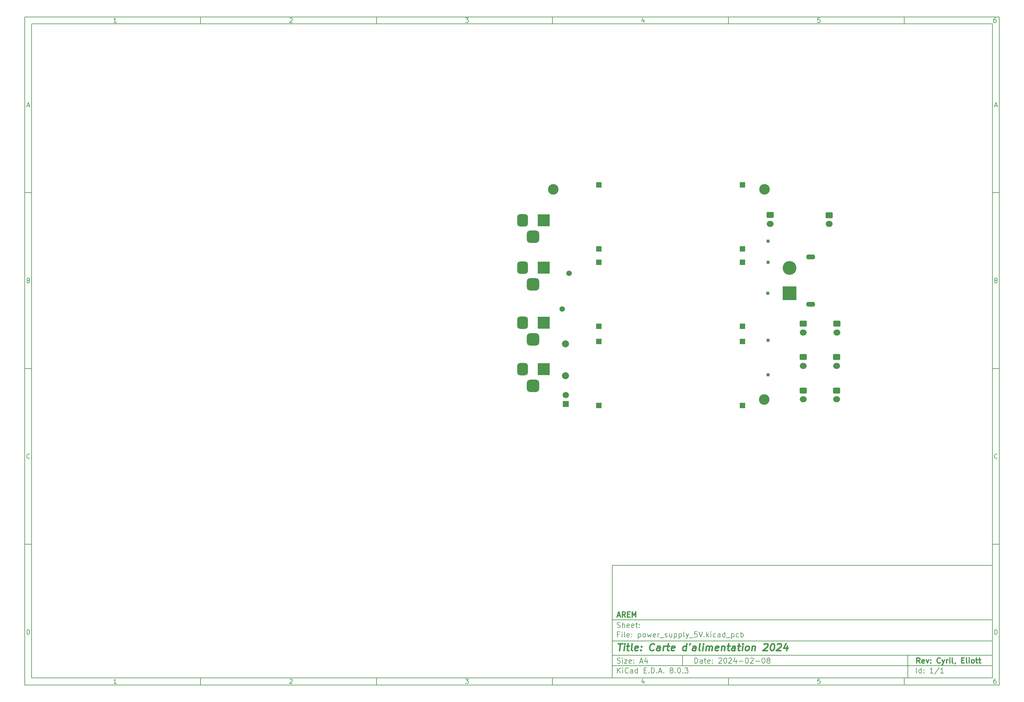
<source format=gbr>
%TF.GenerationSoftware,KiCad,Pcbnew,8.0.3*%
%TF.CreationDate,2024-09-28T16:10:37+02:00*%
%TF.ProjectId,power_supply_5V,706f7765-725f-4737-9570-706c795f3556,Cyril_ Eliott*%
%TF.SameCoordinates,Original*%
%TF.FileFunction,Soldermask,Bot*%
%TF.FilePolarity,Negative*%
%FSLAX46Y46*%
G04 Gerber Fmt 4.6, Leading zero omitted, Abs format (unit mm)*
G04 Created by KiCad (PCBNEW 8.0.3) date 2024-09-28 16:10:37*
%MOMM*%
%LPD*%
G01*
G04 APERTURE LIST*
G04 Aperture macros list*
%AMRoundRect*
0 Rectangle with rounded corners*
0 $1 Rounding radius*
0 $2 $3 $4 $5 $6 $7 $8 $9 X,Y pos of 4 corners*
0 Add a 4 corners polygon primitive as box body*
4,1,4,$2,$3,$4,$5,$6,$7,$8,$9,$2,$3,0*
0 Add four circle primitives for the rounded corners*
1,1,$1+$1,$2,$3*
1,1,$1+$1,$4,$5*
1,1,$1+$1,$6,$7*
1,1,$1+$1,$8,$9*
0 Add four rect primitives between the rounded corners*
20,1,$1+$1,$2,$3,$4,$5,0*
20,1,$1+$1,$4,$5,$6,$7,0*
20,1,$1+$1,$6,$7,$8,$9,0*
20,1,$1+$1,$8,$9,$2,$3,0*%
G04 Aperture macros list end*
%ADD10C,0.100000*%
%ADD11C,0.150000*%
%ADD12C,0.300000*%
%ADD13C,0.400000*%
%ADD14RoundRect,0.250000X-0.750000X0.600000X-0.750000X-0.600000X0.750000X-0.600000X0.750000X0.600000X0*%
%ADD15O,2.000000X1.700000*%
%ADD16R,3.500000X3.500000*%
%ADD17RoundRect,0.750000X-0.750000X-1.000000X0.750000X-1.000000X0.750000X1.000000X-0.750000X1.000000X0*%
%ADD18RoundRect,0.875000X-0.875000X-0.875000X0.875000X-0.875000X0.875000X0.875000X-0.875000X0.875000X0*%
%ADD19R,1.524000X1.524000*%
%ADD20R,0.850000X0.850000*%
%ADD21C,2.000000*%
%ADD22C,3.000000*%
%ADD23RoundRect,0.102000X-1.858000X1.858000X-1.858000X-1.858000X1.858000X-1.858000X1.858000X1.858000X0*%
%ADD24C,3.920000*%
%ADD25O,2.604000X1.404000*%
%ADD26C,1.560000*%
%ADD27R,1.800000X1.800000*%
%ADD28C,1.800000*%
G04 APERTURE END LIST*
D10*
D11*
X177002200Y-166007200D02*
X285002200Y-166007200D01*
X285002200Y-198007200D01*
X177002200Y-198007200D01*
X177002200Y-166007200D01*
D10*
D11*
X10000000Y-10000000D02*
X287002200Y-10000000D01*
X287002200Y-200007200D01*
X10000000Y-200007200D01*
X10000000Y-10000000D01*
D10*
D11*
X12000000Y-12000000D02*
X285002200Y-12000000D01*
X285002200Y-198007200D01*
X12000000Y-198007200D01*
X12000000Y-12000000D01*
D10*
D11*
X60000000Y-12000000D02*
X60000000Y-10000000D01*
D10*
D11*
X110000000Y-12000000D02*
X110000000Y-10000000D01*
D10*
D11*
X160000000Y-12000000D02*
X160000000Y-10000000D01*
D10*
D11*
X210000000Y-12000000D02*
X210000000Y-10000000D01*
D10*
D11*
X260000000Y-12000000D02*
X260000000Y-10000000D01*
D10*
D11*
X36089160Y-11593604D02*
X35346303Y-11593604D01*
X35717731Y-11593604D02*
X35717731Y-10293604D01*
X35717731Y-10293604D02*
X35593922Y-10479319D01*
X35593922Y-10479319D02*
X35470112Y-10603128D01*
X35470112Y-10603128D02*
X35346303Y-10665033D01*
D10*
D11*
X85346303Y-10417414D02*
X85408207Y-10355509D01*
X85408207Y-10355509D02*
X85532017Y-10293604D01*
X85532017Y-10293604D02*
X85841541Y-10293604D01*
X85841541Y-10293604D02*
X85965350Y-10355509D01*
X85965350Y-10355509D02*
X86027255Y-10417414D01*
X86027255Y-10417414D02*
X86089160Y-10541223D01*
X86089160Y-10541223D02*
X86089160Y-10665033D01*
X86089160Y-10665033D02*
X86027255Y-10850747D01*
X86027255Y-10850747D02*
X85284398Y-11593604D01*
X85284398Y-11593604D02*
X86089160Y-11593604D01*
D10*
D11*
X135284398Y-10293604D02*
X136089160Y-10293604D01*
X136089160Y-10293604D02*
X135655826Y-10788842D01*
X135655826Y-10788842D02*
X135841541Y-10788842D01*
X135841541Y-10788842D02*
X135965350Y-10850747D01*
X135965350Y-10850747D02*
X136027255Y-10912652D01*
X136027255Y-10912652D02*
X136089160Y-11036461D01*
X136089160Y-11036461D02*
X136089160Y-11345985D01*
X136089160Y-11345985D02*
X136027255Y-11469795D01*
X136027255Y-11469795D02*
X135965350Y-11531700D01*
X135965350Y-11531700D02*
X135841541Y-11593604D01*
X135841541Y-11593604D02*
X135470112Y-11593604D01*
X135470112Y-11593604D02*
X135346303Y-11531700D01*
X135346303Y-11531700D02*
X135284398Y-11469795D01*
D10*
D11*
X185965350Y-10726938D02*
X185965350Y-11593604D01*
X185655826Y-10231700D02*
X185346303Y-11160271D01*
X185346303Y-11160271D02*
X186151064Y-11160271D01*
D10*
D11*
X236027255Y-10293604D02*
X235408207Y-10293604D01*
X235408207Y-10293604D02*
X235346303Y-10912652D01*
X235346303Y-10912652D02*
X235408207Y-10850747D01*
X235408207Y-10850747D02*
X235532017Y-10788842D01*
X235532017Y-10788842D02*
X235841541Y-10788842D01*
X235841541Y-10788842D02*
X235965350Y-10850747D01*
X235965350Y-10850747D02*
X236027255Y-10912652D01*
X236027255Y-10912652D02*
X236089160Y-11036461D01*
X236089160Y-11036461D02*
X236089160Y-11345985D01*
X236089160Y-11345985D02*
X236027255Y-11469795D01*
X236027255Y-11469795D02*
X235965350Y-11531700D01*
X235965350Y-11531700D02*
X235841541Y-11593604D01*
X235841541Y-11593604D02*
X235532017Y-11593604D01*
X235532017Y-11593604D02*
X235408207Y-11531700D01*
X235408207Y-11531700D02*
X235346303Y-11469795D01*
D10*
D11*
X285965350Y-10293604D02*
X285717731Y-10293604D01*
X285717731Y-10293604D02*
X285593922Y-10355509D01*
X285593922Y-10355509D02*
X285532017Y-10417414D01*
X285532017Y-10417414D02*
X285408207Y-10603128D01*
X285408207Y-10603128D02*
X285346303Y-10850747D01*
X285346303Y-10850747D02*
X285346303Y-11345985D01*
X285346303Y-11345985D02*
X285408207Y-11469795D01*
X285408207Y-11469795D02*
X285470112Y-11531700D01*
X285470112Y-11531700D02*
X285593922Y-11593604D01*
X285593922Y-11593604D02*
X285841541Y-11593604D01*
X285841541Y-11593604D02*
X285965350Y-11531700D01*
X285965350Y-11531700D02*
X286027255Y-11469795D01*
X286027255Y-11469795D02*
X286089160Y-11345985D01*
X286089160Y-11345985D02*
X286089160Y-11036461D01*
X286089160Y-11036461D02*
X286027255Y-10912652D01*
X286027255Y-10912652D02*
X285965350Y-10850747D01*
X285965350Y-10850747D02*
X285841541Y-10788842D01*
X285841541Y-10788842D02*
X285593922Y-10788842D01*
X285593922Y-10788842D02*
X285470112Y-10850747D01*
X285470112Y-10850747D02*
X285408207Y-10912652D01*
X285408207Y-10912652D02*
X285346303Y-11036461D01*
D10*
D11*
X60000000Y-198007200D02*
X60000000Y-200007200D01*
D10*
D11*
X110000000Y-198007200D02*
X110000000Y-200007200D01*
D10*
D11*
X160000000Y-198007200D02*
X160000000Y-200007200D01*
D10*
D11*
X210000000Y-198007200D02*
X210000000Y-200007200D01*
D10*
D11*
X260000000Y-198007200D02*
X260000000Y-200007200D01*
D10*
D11*
X36089160Y-199600804D02*
X35346303Y-199600804D01*
X35717731Y-199600804D02*
X35717731Y-198300804D01*
X35717731Y-198300804D02*
X35593922Y-198486519D01*
X35593922Y-198486519D02*
X35470112Y-198610328D01*
X35470112Y-198610328D02*
X35346303Y-198672233D01*
D10*
D11*
X85346303Y-198424614D02*
X85408207Y-198362709D01*
X85408207Y-198362709D02*
X85532017Y-198300804D01*
X85532017Y-198300804D02*
X85841541Y-198300804D01*
X85841541Y-198300804D02*
X85965350Y-198362709D01*
X85965350Y-198362709D02*
X86027255Y-198424614D01*
X86027255Y-198424614D02*
X86089160Y-198548423D01*
X86089160Y-198548423D02*
X86089160Y-198672233D01*
X86089160Y-198672233D02*
X86027255Y-198857947D01*
X86027255Y-198857947D02*
X85284398Y-199600804D01*
X85284398Y-199600804D02*
X86089160Y-199600804D01*
D10*
D11*
X135284398Y-198300804D02*
X136089160Y-198300804D01*
X136089160Y-198300804D02*
X135655826Y-198796042D01*
X135655826Y-198796042D02*
X135841541Y-198796042D01*
X135841541Y-198796042D02*
X135965350Y-198857947D01*
X135965350Y-198857947D02*
X136027255Y-198919852D01*
X136027255Y-198919852D02*
X136089160Y-199043661D01*
X136089160Y-199043661D02*
X136089160Y-199353185D01*
X136089160Y-199353185D02*
X136027255Y-199476995D01*
X136027255Y-199476995D02*
X135965350Y-199538900D01*
X135965350Y-199538900D02*
X135841541Y-199600804D01*
X135841541Y-199600804D02*
X135470112Y-199600804D01*
X135470112Y-199600804D02*
X135346303Y-199538900D01*
X135346303Y-199538900D02*
X135284398Y-199476995D01*
D10*
D11*
X185965350Y-198734138D02*
X185965350Y-199600804D01*
X185655826Y-198238900D02*
X185346303Y-199167471D01*
X185346303Y-199167471D02*
X186151064Y-199167471D01*
D10*
D11*
X236027255Y-198300804D02*
X235408207Y-198300804D01*
X235408207Y-198300804D02*
X235346303Y-198919852D01*
X235346303Y-198919852D02*
X235408207Y-198857947D01*
X235408207Y-198857947D02*
X235532017Y-198796042D01*
X235532017Y-198796042D02*
X235841541Y-198796042D01*
X235841541Y-198796042D02*
X235965350Y-198857947D01*
X235965350Y-198857947D02*
X236027255Y-198919852D01*
X236027255Y-198919852D02*
X236089160Y-199043661D01*
X236089160Y-199043661D02*
X236089160Y-199353185D01*
X236089160Y-199353185D02*
X236027255Y-199476995D01*
X236027255Y-199476995D02*
X235965350Y-199538900D01*
X235965350Y-199538900D02*
X235841541Y-199600804D01*
X235841541Y-199600804D02*
X235532017Y-199600804D01*
X235532017Y-199600804D02*
X235408207Y-199538900D01*
X235408207Y-199538900D02*
X235346303Y-199476995D01*
D10*
D11*
X285965350Y-198300804D02*
X285717731Y-198300804D01*
X285717731Y-198300804D02*
X285593922Y-198362709D01*
X285593922Y-198362709D02*
X285532017Y-198424614D01*
X285532017Y-198424614D02*
X285408207Y-198610328D01*
X285408207Y-198610328D02*
X285346303Y-198857947D01*
X285346303Y-198857947D02*
X285346303Y-199353185D01*
X285346303Y-199353185D02*
X285408207Y-199476995D01*
X285408207Y-199476995D02*
X285470112Y-199538900D01*
X285470112Y-199538900D02*
X285593922Y-199600804D01*
X285593922Y-199600804D02*
X285841541Y-199600804D01*
X285841541Y-199600804D02*
X285965350Y-199538900D01*
X285965350Y-199538900D02*
X286027255Y-199476995D01*
X286027255Y-199476995D02*
X286089160Y-199353185D01*
X286089160Y-199353185D02*
X286089160Y-199043661D01*
X286089160Y-199043661D02*
X286027255Y-198919852D01*
X286027255Y-198919852D02*
X285965350Y-198857947D01*
X285965350Y-198857947D02*
X285841541Y-198796042D01*
X285841541Y-198796042D02*
X285593922Y-198796042D01*
X285593922Y-198796042D02*
X285470112Y-198857947D01*
X285470112Y-198857947D02*
X285408207Y-198919852D01*
X285408207Y-198919852D02*
X285346303Y-199043661D01*
D10*
D11*
X10000000Y-60000000D02*
X12000000Y-60000000D01*
D10*
D11*
X10000000Y-110000000D02*
X12000000Y-110000000D01*
D10*
D11*
X10000000Y-160000000D02*
X12000000Y-160000000D01*
D10*
D11*
X10690476Y-35222176D02*
X11309523Y-35222176D01*
X10566666Y-35593604D02*
X10999999Y-34293604D01*
X10999999Y-34293604D02*
X11433333Y-35593604D01*
D10*
D11*
X11092857Y-84912652D02*
X11278571Y-84974557D01*
X11278571Y-84974557D02*
X11340476Y-85036461D01*
X11340476Y-85036461D02*
X11402380Y-85160271D01*
X11402380Y-85160271D02*
X11402380Y-85345985D01*
X11402380Y-85345985D02*
X11340476Y-85469795D01*
X11340476Y-85469795D02*
X11278571Y-85531700D01*
X11278571Y-85531700D02*
X11154761Y-85593604D01*
X11154761Y-85593604D02*
X10659523Y-85593604D01*
X10659523Y-85593604D02*
X10659523Y-84293604D01*
X10659523Y-84293604D02*
X11092857Y-84293604D01*
X11092857Y-84293604D02*
X11216666Y-84355509D01*
X11216666Y-84355509D02*
X11278571Y-84417414D01*
X11278571Y-84417414D02*
X11340476Y-84541223D01*
X11340476Y-84541223D02*
X11340476Y-84665033D01*
X11340476Y-84665033D02*
X11278571Y-84788842D01*
X11278571Y-84788842D02*
X11216666Y-84850747D01*
X11216666Y-84850747D02*
X11092857Y-84912652D01*
X11092857Y-84912652D02*
X10659523Y-84912652D01*
D10*
D11*
X11402380Y-135469795D02*
X11340476Y-135531700D01*
X11340476Y-135531700D02*
X11154761Y-135593604D01*
X11154761Y-135593604D02*
X11030952Y-135593604D01*
X11030952Y-135593604D02*
X10845238Y-135531700D01*
X10845238Y-135531700D02*
X10721428Y-135407890D01*
X10721428Y-135407890D02*
X10659523Y-135284080D01*
X10659523Y-135284080D02*
X10597619Y-135036461D01*
X10597619Y-135036461D02*
X10597619Y-134850747D01*
X10597619Y-134850747D02*
X10659523Y-134603128D01*
X10659523Y-134603128D02*
X10721428Y-134479319D01*
X10721428Y-134479319D02*
X10845238Y-134355509D01*
X10845238Y-134355509D02*
X11030952Y-134293604D01*
X11030952Y-134293604D02*
X11154761Y-134293604D01*
X11154761Y-134293604D02*
X11340476Y-134355509D01*
X11340476Y-134355509D02*
X11402380Y-134417414D01*
D10*
D11*
X10659523Y-185593604D02*
X10659523Y-184293604D01*
X10659523Y-184293604D02*
X10969047Y-184293604D01*
X10969047Y-184293604D02*
X11154761Y-184355509D01*
X11154761Y-184355509D02*
X11278571Y-184479319D01*
X11278571Y-184479319D02*
X11340476Y-184603128D01*
X11340476Y-184603128D02*
X11402380Y-184850747D01*
X11402380Y-184850747D02*
X11402380Y-185036461D01*
X11402380Y-185036461D02*
X11340476Y-185284080D01*
X11340476Y-185284080D02*
X11278571Y-185407890D01*
X11278571Y-185407890D02*
X11154761Y-185531700D01*
X11154761Y-185531700D02*
X10969047Y-185593604D01*
X10969047Y-185593604D02*
X10659523Y-185593604D01*
D10*
D11*
X287002200Y-60000000D02*
X285002200Y-60000000D01*
D10*
D11*
X287002200Y-110000000D02*
X285002200Y-110000000D01*
D10*
D11*
X287002200Y-160000000D02*
X285002200Y-160000000D01*
D10*
D11*
X285692676Y-35222176D02*
X286311723Y-35222176D01*
X285568866Y-35593604D02*
X286002199Y-34293604D01*
X286002199Y-34293604D02*
X286435533Y-35593604D01*
D10*
D11*
X286095057Y-84912652D02*
X286280771Y-84974557D01*
X286280771Y-84974557D02*
X286342676Y-85036461D01*
X286342676Y-85036461D02*
X286404580Y-85160271D01*
X286404580Y-85160271D02*
X286404580Y-85345985D01*
X286404580Y-85345985D02*
X286342676Y-85469795D01*
X286342676Y-85469795D02*
X286280771Y-85531700D01*
X286280771Y-85531700D02*
X286156961Y-85593604D01*
X286156961Y-85593604D02*
X285661723Y-85593604D01*
X285661723Y-85593604D02*
X285661723Y-84293604D01*
X285661723Y-84293604D02*
X286095057Y-84293604D01*
X286095057Y-84293604D02*
X286218866Y-84355509D01*
X286218866Y-84355509D02*
X286280771Y-84417414D01*
X286280771Y-84417414D02*
X286342676Y-84541223D01*
X286342676Y-84541223D02*
X286342676Y-84665033D01*
X286342676Y-84665033D02*
X286280771Y-84788842D01*
X286280771Y-84788842D02*
X286218866Y-84850747D01*
X286218866Y-84850747D02*
X286095057Y-84912652D01*
X286095057Y-84912652D02*
X285661723Y-84912652D01*
D10*
D11*
X286404580Y-135469795D02*
X286342676Y-135531700D01*
X286342676Y-135531700D02*
X286156961Y-135593604D01*
X286156961Y-135593604D02*
X286033152Y-135593604D01*
X286033152Y-135593604D02*
X285847438Y-135531700D01*
X285847438Y-135531700D02*
X285723628Y-135407890D01*
X285723628Y-135407890D02*
X285661723Y-135284080D01*
X285661723Y-135284080D02*
X285599819Y-135036461D01*
X285599819Y-135036461D02*
X285599819Y-134850747D01*
X285599819Y-134850747D02*
X285661723Y-134603128D01*
X285661723Y-134603128D02*
X285723628Y-134479319D01*
X285723628Y-134479319D02*
X285847438Y-134355509D01*
X285847438Y-134355509D02*
X286033152Y-134293604D01*
X286033152Y-134293604D02*
X286156961Y-134293604D01*
X286156961Y-134293604D02*
X286342676Y-134355509D01*
X286342676Y-134355509D02*
X286404580Y-134417414D01*
D10*
D11*
X285661723Y-185593604D02*
X285661723Y-184293604D01*
X285661723Y-184293604D02*
X285971247Y-184293604D01*
X285971247Y-184293604D02*
X286156961Y-184355509D01*
X286156961Y-184355509D02*
X286280771Y-184479319D01*
X286280771Y-184479319D02*
X286342676Y-184603128D01*
X286342676Y-184603128D02*
X286404580Y-184850747D01*
X286404580Y-184850747D02*
X286404580Y-185036461D01*
X286404580Y-185036461D02*
X286342676Y-185284080D01*
X286342676Y-185284080D02*
X286280771Y-185407890D01*
X286280771Y-185407890D02*
X286156961Y-185531700D01*
X286156961Y-185531700D02*
X285971247Y-185593604D01*
X285971247Y-185593604D02*
X285661723Y-185593604D01*
D10*
D11*
X200458026Y-193793328D02*
X200458026Y-192293328D01*
X200458026Y-192293328D02*
X200815169Y-192293328D01*
X200815169Y-192293328D02*
X201029455Y-192364757D01*
X201029455Y-192364757D02*
X201172312Y-192507614D01*
X201172312Y-192507614D02*
X201243741Y-192650471D01*
X201243741Y-192650471D02*
X201315169Y-192936185D01*
X201315169Y-192936185D02*
X201315169Y-193150471D01*
X201315169Y-193150471D02*
X201243741Y-193436185D01*
X201243741Y-193436185D02*
X201172312Y-193579042D01*
X201172312Y-193579042D02*
X201029455Y-193721900D01*
X201029455Y-193721900D02*
X200815169Y-193793328D01*
X200815169Y-193793328D02*
X200458026Y-193793328D01*
X202600884Y-193793328D02*
X202600884Y-193007614D01*
X202600884Y-193007614D02*
X202529455Y-192864757D01*
X202529455Y-192864757D02*
X202386598Y-192793328D01*
X202386598Y-192793328D02*
X202100884Y-192793328D01*
X202100884Y-192793328D02*
X201958026Y-192864757D01*
X202600884Y-193721900D02*
X202458026Y-193793328D01*
X202458026Y-193793328D02*
X202100884Y-193793328D01*
X202100884Y-193793328D02*
X201958026Y-193721900D01*
X201958026Y-193721900D02*
X201886598Y-193579042D01*
X201886598Y-193579042D02*
X201886598Y-193436185D01*
X201886598Y-193436185D02*
X201958026Y-193293328D01*
X201958026Y-193293328D02*
X202100884Y-193221900D01*
X202100884Y-193221900D02*
X202458026Y-193221900D01*
X202458026Y-193221900D02*
X202600884Y-193150471D01*
X203100884Y-192793328D02*
X203672312Y-192793328D01*
X203315169Y-192293328D02*
X203315169Y-193579042D01*
X203315169Y-193579042D02*
X203386598Y-193721900D01*
X203386598Y-193721900D02*
X203529455Y-193793328D01*
X203529455Y-193793328D02*
X203672312Y-193793328D01*
X204743741Y-193721900D02*
X204600884Y-193793328D01*
X204600884Y-193793328D02*
X204315170Y-193793328D01*
X204315170Y-193793328D02*
X204172312Y-193721900D01*
X204172312Y-193721900D02*
X204100884Y-193579042D01*
X204100884Y-193579042D02*
X204100884Y-193007614D01*
X204100884Y-193007614D02*
X204172312Y-192864757D01*
X204172312Y-192864757D02*
X204315170Y-192793328D01*
X204315170Y-192793328D02*
X204600884Y-192793328D01*
X204600884Y-192793328D02*
X204743741Y-192864757D01*
X204743741Y-192864757D02*
X204815170Y-193007614D01*
X204815170Y-193007614D02*
X204815170Y-193150471D01*
X204815170Y-193150471D02*
X204100884Y-193293328D01*
X205458026Y-193650471D02*
X205529455Y-193721900D01*
X205529455Y-193721900D02*
X205458026Y-193793328D01*
X205458026Y-193793328D02*
X205386598Y-193721900D01*
X205386598Y-193721900D02*
X205458026Y-193650471D01*
X205458026Y-193650471D02*
X205458026Y-193793328D01*
X205458026Y-192864757D02*
X205529455Y-192936185D01*
X205529455Y-192936185D02*
X205458026Y-193007614D01*
X205458026Y-193007614D02*
X205386598Y-192936185D01*
X205386598Y-192936185D02*
X205458026Y-192864757D01*
X205458026Y-192864757D02*
X205458026Y-193007614D01*
X207243741Y-192436185D02*
X207315169Y-192364757D01*
X207315169Y-192364757D02*
X207458027Y-192293328D01*
X207458027Y-192293328D02*
X207815169Y-192293328D01*
X207815169Y-192293328D02*
X207958027Y-192364757D01*
X207958027Y-192364757D02*
X208029455Y-192436185D01*
X208029455Y-192436185D02*
X208100884Y-192579042D01*
X208100884Y-192579042D02*
X208100884Y-192721900D01*
X208100884Y-192721900D02*
X208029455Y-192936185D01*
X208029455Y-192936185D02*
X207172312Y-193793328D01*
X207172312Y-193793328D02*
X208100884Y-193793328D01*
X209029455Y-192293328D02*
X209172312Y-192293328D01*
X209172312Y-192293328D02*
X209315169Y-192364757D01*
X209315169Y-192364757D02*
X209386598Y-192436185D01*
X209386598Y-192436185D02*
X209458026Y-192579042D01*
X209458026Y-192579042D02*
X209529455Y-192864757D01*
X209529455Y-192864757D02*
X209529455Y-193221900D01*
X209529455Y-193221900D02*
X209458026Y-193507614D01*
X209458026Y-193507614D02*
X209386598Y-193650471D01*
X209386598Y-193650471D02*
X209315169Y-193721900D01*
X209315169Y-193721900D02*
X209172312Y-193793328D01*
X209172312Y-193793328D02*
X209029455Y-193793328D01*
X209029455Y-193793328D02*
X208886598Y-193721900D01*
X208886598Y-193721900D02*
X208815169Y-193650471D01*
X208815169Y-193650471D02*
X208743740Y-193507614D01*
X208743740Y-193507614D02*
X208672312Y-193221900D01*
X208672312Y-193221900D02*
X208672312Y-192864757D01*
X208672312Y-192864757D02*
X208743740Y-192579042D01*
X208743740Y-192579042D02*
X208815169Y-192436185D01*
X208815169Y-192436185D02*
X208886598Y-192364757D01*
X208886598Y-192364757D02*
X209029455Y-192293328D01*
X210100883Y-192436185D02*
X210172311Y-192364757D01*
X210172311Y-192364757D02*
X210315169Y-192293328D01*
X210315169Y-192293328D02*
X210672311Y-192293328D01*
X210672311Y-192293328D02*
X210815169Y-192364757D01*
X210815169Y-192364757D02*
X210886597Y-192436185D01*
X210886597Y-192436185D02*
X210958026Y-192579042D01*
X210958026Y-192579042D02*
X210958026Y-192721900D01*
X210958026Y-192721900D02*
X210886597Y-192936185D01*
X210886597Y-192936185D02*
X210029454Y-193793328D01*
X210029454Y-193793328D02*
X210958026Y-193793328D01*
X212243740Y-192793328D02*
X212243740Y-193793328D01*
X211886597Y-192221900D02*
X211529454Y-193293328D01*
X211529454Y-193293328D02*
X212458025Y-193293328D01*
X213029453Y-193221900D02*
X214172311Y-193221900D01*
X215172311Y-192293328D02*
X215315168Y-192293328D01*
X215315168Y-192293328D02*
X215458025Y-192364757D01*
X215458025Y-192364757D02*
X215529454Y-192436185D01*
X215529454Y-192436185D02*
X215600882Y-192579042D01*
X215600882Y-192579042D02*
X215672311Y-192864757D01*
X215672311Y-192864757D02*
X215672311Y-193221900D01*
X215672311Y-193221900D02*
X215600882Y-193507614D01*
X215600882Y-193507614D02*
X215529454Y-193650471D01*
X215529454Y-193650471D02*
X215458025Y-193721900D01*
X215458025Y-193721900D02*
X215315168Y-193793328D01*
X215315168Y-193793328D02*
X215172311Y-193793328D01*
X215172311Y-193793328D02*
X215029454Y-193721900D01*
X215029454Y-193721900D02*
X214958025Y-193650471D01*
X214958025Y-193650471D02*
X214886596Y-193507614D01*
X214886596Y-193507614D02*
X214815168Y-193221900D01*
X214815168Y-193221900D02*
X214815168Y-192864757D01*
X214815168Y-192864757D02*
X214886596Y-192579042D01*
X214886596Y-192579042D02*
X214958025Y-192436185D01*
X214958025Y-192436185D02*
X215029454Y-192364757D01*
X215029454Y-192364757D02*
X215172311Y-192293328D01*
X216243739Y-192436185D02*
X216315167Y-192364757D01*
X216315167Y-192364757D02*
X216458025Y-192293328D01*
X216458025Y-192293328D02*
X216815167Y-192293328D01*
X216815167Y-192293328D02*
X216958025Y-192364757D01*
X216958025Y-192364757D02*
X217029453Y-192436185D01*
X217029453Y-192436185D02*
X217100882Y-192579042D01*
X217100882Y-192579042D02*
X217100882Y-192721900D01*
X217100882Y-192721900D02*
X217029453Y-192936185D01*
X217029453Y-192936185D02*
X216172310Y-193793328D01*
X216172310Y-193793328D02*
X217100882Y-193793328D01*
X217743738Y-193221900D02*
X218886596Y-193221900D01*
X219886596Y-192293328D02*
X220029453Y-192293328D01*
X220029453Y-192293328D02*
X220172310Y-192364757D01*
X220172310Y-192364757D02*
X220243739Y-192436185D01*
X220243739Y-192436185D02*
X220315167Y-192579042D01*
X220315167Y-192579042D02*
X220386596Y-192864757D01*
X220386596Y-192864757D02*
X220386596Y-193221900D01*
X220386596Y-193221900D02*
X220315167Y-193507614D01*
X220315167Y-193507614D02*
X220243739Y-193650471D01*
X220243739Y-193650471D02*
X220172310Y-193721900D01*
X220172310Y-193721900D02*
X220029453Y-193793328D01*
X220029453Y-193793328D02*
X219886596Y-193793328D01*
X219886596Y-193793328D02*
X219743739Y-193721900D01*
X219743739Y-193721900D02*
X219672310Y-193650471D01*
X219672310Y-193650471D02*
X219600881Y-193507614D01*
X219600881Y-193507614D02*
X219529453Y-193221900D01*
X219529453Y-193221900D02*
X219529453Y-192864757D01*
X219529453Y-192864757D02*
X219600881Y-192579042D01*
X219600881Y-192579042D02*
X219672310Y-192436185D01*
X219672310Y-192436185D02*
X219743739Y-192364757D01*
X219743739Y-192364757D02*
X219886596Y-192293328D01*
X221243738Y-192936185D02*
X221100881Y-192864757D01*
X221100881Y-192864757D02*
X221029452Y-192793328D01*
X221029452Y-192793328D02*
X220958024Y-192650471D01*
X220958024Y-192650471D02*
X220958024Y-192579042D01*
X220958024Y-192579042D02*
X221029452Y-192436185D01*
X221029452Y-192436185D02*
X221100881Y-192364757D01*
X221100881Y-192364757D02*
X221243738Y-192293328D01*
X221243738Y-192293328D02*
X221529452Y-192293328D01*
X221529452Y-192293328D02*
X221672310Y-192364757D01*
X221672310Y-192364757D02*
X221743738Y-192436185D01*
X221743738Y-192436185D02*
X221815167Y-192579042D01*
X221815167Y-192579042D02*
X221815167Y-192650471D01*
X221815167Y-192650471D02*
X221743738Y-192793328D01*
X221743738Y-192793328D02*
X221672310Y-192864757D01*
X221672310Y-192864757D02*
X221529452Y-192936185D01*
X221529452Y-192936185D02*
X221243738Y-192936185D01*
X221243738Y-192936185D02*
X221100881Y-193007614D01*
X221100881Y-193007614D02*
X221029452Y-193079042D01*
X221029452Y-193079042D02*
X220958024Y-193221900D01*
X220958024Y-193221900D02*
X220958024Y-193507614D01*
X220958024Y-193507614D02*
X221029452Y-193650471D01*
X221029452Y-193650471D02*
X221100881Y-193721900D01*
X221100881Y-193721900D02*
X221243738Y-193793328D01*
X221243738Y-193793328D02*
X221529452Y-193793328D01*
X221529452Y-193793328D02*
X221672310Y-193721900D01*
X221672310Y-193721900D02*
X221743738Y-193650471D01*
X221743738Y-193650471D02*
X221815167Y-193507614D01*
X221815167Y-193507614D02*
X221815167Y-193221900D01*
X221815167Y-193221900D02*
X221743738Y-193079042D01*
X221743738Y-193079042D02*
X221672310Y-193007614D01*
X221672310Y-193007614D02*
X221529452Y-192936185D01*
D10*
D11*
X177002200Y-194507200D02*
X285002200Y-194507200D01*
D10*
D11*
X178458026Y-196593328D02*
X178458026Y-195093328D01*
X179315169Y-196593328D02*
X178672312Y-195736185D01*
X179315169Y-195093328D02*
X178458026Y-195950471D01*
X179958026Y-196593328D02*
X179958026Y-195593328D01*
X179958026Y-195093328D02*
X179886598Y-195164757D01*
X179886598Y-195164757D02*
X179958026Y-195236185D01*
X179958026Y-195236185D02*
X180029455Y-195164757D01*
X180029455Y-195164757D02*
X179958026Y-195093328D01*
X179958026Y-195093328D02*
X179958026Y-195236185D01*
X181529455Y-196450471D02*
X181458027Y-196521900D01*
X181458027Y-196521900D02*
X181243741Y-196593328D01*
X181243741Y-196593328D02*
X181100884Y-196593328D01*
X181100884Y-196593328D02*
X180886598Y-196521900D01*
X180886598Y-196521900D02*
X180743741Y-196379042D01*
X180743741Y-196379042D02*
X180672312Y-196236185D01*
X180672312Y-196236185D02*
X180600884Y-195950471D01*
X180600884Y-195950471D02*
X180600884Y-195736185D01*
X180600884Y-195736185D02*
X180672312Y-195450471D01*
X180672312Y-195450471D02*
X180743741Y-195307614D01*
X180743741Y-195307614D02*
X180886598Y-195164757D01*
X180886598Y-195164757D02*
X181100884Y-195093328D01*
X181100884Y-195093328D02*
X181243741Y-195093328D01*
X181243741Y-195093328D02*
X181458027Y-195164757D01*
X181458027Y-195164757D02*
X181529455Y-195236185D01*
X182815170Y-196593328D02*
X182815170Y-195807614D01*
X182815170Y-195807614D02*
X182743741Y-195664757D01*
X182743741Y-195664757D02*
X182600884Y-195593328D01*
X182600884Y-195593328D02*
X182315170Y-195593328D01*
X182315170Y-195593328D02*
X182172312Y-195664757D01*
X182815170Y-196521900D02*
X182672312Y-196593328D01*
X182672312Y-196593328D02*
X182315170Y-196593328D01*
X182315170Y-196593328D02*
X182172312Y-196521900D01*
X182172312Y-196521900D02*
X182100884Y-196379042D01*
X182100884Y-196379042D02*
X182100884Y-196236185D01*
X182100884Y-196236185D02*
X182172312Y-196093328D01*
X182172312Y-196093328D02*
X182315170Y-196021900D01*
X182315170Y-196021900D02*
X182672312Y-196021900D01*
X182672312Y-196021900D02*
X182815170Y-195950471D01*
X184172313Y-196593328D02*
X184172313Y-195093328D01*
X184172313Y-196521900D02*
X184029455Y-196593328D01*
X184029455Y-196593328D02*
X183743741Y-196593328D01*
X183743741Y-196593328D02*
X183600884Y-196521900D01*
X183600884Y-196521900D02*
X183529455Y-196450471D01*
X183529455Y-196450471D02*
X183458027Y-196307614D01*
X183458027Y-196307614D02*
X183458027Y-195879042D01*
X183458027Y-195879042D02*
X183529455Y-195736185D01*
X183529455Y-195736185D02*
X183600884Y-195664757D01*
X183600884Y-195664757D02*
X183743741Y-195593328D01*
X183743741Y-195593328D02*
X184029455Y-195593328D01*
X184029455Y-195593328D02*
X184172313Y-195664757D01*
X186029455Y-195807614D02*
X186529455Y-195807614D01*
X186743741Y-196593328D02*
X186029455Y-196593328D01*
X186029455Y-196593328D02*
X186029455Y-195093328D01*
X186029455Y-195093328D02*
X186743741Y-195093328D01*
X187386598Y-196450471D02*
X187458027Y-196521900D01*
X187458027Y-196521900D02*
X187386598Y-196593328D01*
X187386598Y-196593328D02*
X187315170Y-196521900D01*
X187315170Y-196521900D02*
X187386598Y-196450471D01*
X187386598Y-196450471D02*
X187386598Y-196593328D01*
X188100884Y-196593328D02*
X188100884Y-195093328D01*
X188100884Y-195093328D02*
X188458027Y-195093328D01*
X188458027Y-195093328D02*
X188672313Y-195164757D01*
X188672313Y-195164757D02*
X188815170Y-195307614D01*
X188815170Y-195307614D02*
X188886599Y-195450471D01*
X188886599Y-195450471D02*
X188958027Y-195736185D01*
X188958027Y-195736185D02*
X188958027Y-195950471D01*
X188958027Y-195950471D02*
X188886599Y-196236185D01*
X188886599Y-196236185D02*
X188815170Y-196379042D01*
X188815170Y-196379042D02*
X188672313Y-196521900D01*
X188672313Y-196521900D02*
X188458027Y-196593328D01*
X188458027Y-196593328D02*
X188100884Y-196593328D01*
X189600884Y-196450471D02*
X189672313Y-196521900D01*
X189672313Y-196521900D02*
X189600884Y-196593328D01*
X189600884Y-196593328D02*
X189529456Y-196521900D01*
X189529456Y-196521900D02*
X189600884Y-196450471D01*
X189600884Y-196450471D02*
X189600884Y-196593328D01*
X190243742Y-196164757D02*
X190958028Y-196164757D01*
X190100885Y-196593328D02*
X190600885Y-195093328D01*
X190600885Y-195093328D02*
X191100885Y-196593328D01*
X191600884Y-196450471D02*
X191672313Y-196521900D01*
X191672313Y-196521900D02*
X191600884Y-196593328D01*
X191600884Y-196593328D02*
X191529456Y-196521900D01*
X191529456Y-196521900D02*
X191600884Y-196450471D01*
X191600884Y-196450471D02*
X191600884Y-196593328D01*
X193672313Y-195736185D02*
X193529456Y-195664757D01*
X193529456Y-195664757D02*
X193458027Y-195593328D01*
X193458027Y-195593328D02*
X193386599Y-195450471D01*
X193386599Y-195450471D02*
X193386599Y-195379042D01*
X193386599Y-195379042D02*
X193458027Y-195236185D01*
X193458027Y-195236185D02*
X193529456Y-195164757D01*
X193529456Y-195164757D02*
X193672313Y-195093328D01*
X193672313Y-195093328D02*
X193958027Y-195093328D01*
X193958027Y-195093328D02*
X194100885Y-195164757D01*
X194100885Y-195164757D02*
X194172313Y-195236185D01*
X194172313Y-195236185D02*
X194243742Y-195379042D01*
X194243742Y-195379042D02*
X194243742Y-195450471D01*
X194243742Y-195450471D02*
X194172313Y-195593328D01*
X194172313Y-195593328D02*
X194100885Y-195664757D01*
X194100885Y-195664757D02*
X193958027Y-195736185D01*
X193958027Y-195736185D02*
X193672313Y-195736185D01*
X193672313Y-195736185D02*
X193529456Y-195807614D01*
X193529456Y-195807614D02*
X193458027Y-195879042D01*
X193458027Y-195879042D02*
X193386599Y-196021900D01*
X193386599Y-196021900D02*
X193386599Y-196307614D01*
X193386599Y-196307614D02*
X193458027Y-196450471D01*
X193458027Y-196450471D02*
X193529456Y-196521900D01*
X193529456Y-196521900D02*
X193672313Y-196593328D01*
X193672313Y-196593328D02*
X193958027Y-196593328D01*
X193958027Y-196593328D02*
X194100885Y-196521900D01*
X194100885Y-196521900D02*
X194172313Y-196450471D01*
X194172313Y-196450471D02*
X194243742Y-196307614D01*
X194243742Y-196307614D02*
X194243742Y-196021900D01*
X194243742Y-196021900D02*
X194172313Y-195879042D01*
X194172313Y-195879042D02*
X194100885Y-195807614D01*
X194100885Y-195807614D02*
X193958027Y-195736185D01*
X194886598Y-196450471D02*
X194958027Y-196521900D01*
X194958027Y-196521900D02*
X194886598Y-196593328D01*
X194886598Y-196593328D02*
X194815170Y-196521900D01*
X194815170Y-196521900D02*
X194886598Y-196450471D01*
X194886598Y-196450471D02*
X194886598Y-196593328D01*
X195886599Y-195093328D02*
X196029456Y-195093328D01*
X196029456Y-195093328D02*
X196172313Y-195164757D01*
X196172313Y-195164757D02*
X196243742Y-195236185D01*
X196243742Y-195236185D02*
X196315170Y-195379042D01*
X196315170Y-195379042D02*
X196386599Y-195664757D01*
X196386599Y-195664757D02*
X196386599Y-196021900D01*
X196386599Y-196021900D02*
X196315170Y-196307614D01*
X196315170Y-196307614D02*
X196243742Y-196450471D01*
X196243742Y-196450471D02*
X196172313Y-196521900D01*
X196172313Y-196521900D02*
X196029456Y-196593328D01*
X196029456Y-196593328D02*
X195886599Y-196593328D01*
X195886599Y-196593328D02*
X195743742Y-196521900D01*
X195743742Y-196521900D02*
X195672313Y-196450471D01*
X195672313Y-196450471D02*
X195600884Y-196307614D01*
X195600884Y-196307614D02*
X195529456Y-196021900D01*
X195529456Y-196021900D02*
X195529456Y-195664757D01*
X195529456Y-195664757D02*
X195600884Y-195379042D01*
X195600884Y-195379042D02*
X195672313Y-195236185D01*
X195672313Y-195236185D02*
X195743742Y-195164757D01*
X195743742Y-195164757D02*
X195886599Y-195093328D01*
X197029455Y-196450471D02*
X197100884Y-196521900D01*
X197100884Y-196521900D02*
X197029455Y-196593328D01*
X197029455Y-196593328D02*
X196958027Y-196521900D01*
X196958027Y-196521900D02*
X197029455Y-196450471D01*
X197029455Y-196450471D02*
X197029455Y-196593328D01*
X197600884Y-195093328D02*
X198529456Y-195093328D01*
X198529456Y-195093328D02*
X198029456Y-195664757D01*
X198029456Y-195664757D02*
X198243741Y-195664757D01*
X198243741Y-195664757D02*
X198386599Y-195736185D01*
X198386599Y-195736185D02*
X198458027Y-195807614D01*
X198458027Y-195807614D02*
X198529456Y-195950471D01*
X198529456Y-195950471D02*
X198529456Y-196307614D01*
X198529456Y-196307614D02*
X198458027Y-196450471D01*
X198458027Y-196450471D02*
X198386599Y-196521900D01*
X198386599Y-196521900D02*
X198243741Y-196593328D01*
X198243741Y-196593328D02*
X197815170Y-196593328D01*
X197815170Y-196593328D02*
X197672313Y-196521900D01*
X197672313Y-196521900D02*
X197600884Y-196450471D01*
D10*
D11*
X177002200Y-191507200D02*
X285002200Y-191507200D01*
D10*
D12*
X264413853Y-193785528D02*
X263913853Y-193071242D01*
X263556710Y-193785528D02*
X263556710Y-192285528D01*
X263556710Y-192285528D02*
X264128139Y-192285528D01*
X264128139Y-192285528D02*
X264270996Y-192356957D01*
X264270996Y-192356957D02*
X264342425Y-192428385D01*
X264342425Y-192428385D02*
X264413853Y-192571242D01*
X264413853Y-192571242D02*
X264413853Y-192785528D01*
X264413853Y-192785528D02*
X264342425Y-192928385D01*
X264342425Y-192928385D02*
X264270996Y-192999814D01*
X264270996Y-192999814D02*
X264128139Y-193071242D01*
X264128139Y-193071242D02*
X263556710Y-193071242D01*
X265628139Y-193714100D02*
X265485282Y-193785528D01*
X265485282Y-193785528D02*
X265199568Y-193785528D01*
X265199568Y-193785528D02*
X265056710Y-193714100D01*
X265056710Y-193714100D02*
X264985282Y-193571242D01*
X264985282Y-193571242D02*
X264985282Y-192999814D01*
X264985282Y-192999814D02*
X265056710Y-192856957D01*
X265056710Y-192856957D02*
X265199568Y-192785528D01*
X265199568Y-192785528D02*
X265485282Y-192785528D01*
X265485282Y-192785528D02*
X265628139Y-192856957D01*
X265628139Y-192856957D02*
X265699568Y-192999814D01*
X265699568Y-192999814D02*
X265699568Y-193142671D01*
X265699568Y-193142671D02*
X264985282Y-193285528D01*
X266199567Y-192785528D02*
X266556710Y-193785528D01*
X266556710Y-193785528D02*
X266913853Y-192785528D01*
X267485281Y-193642671D02*
X267556710Y-193714100D01*
X267556710Y-193714100D02*
X267485281Y-193785528D01*
X267485281Y-193785528D02*
X267413853Y-193714100D01*
X267413853Y-193714100D02*
X267485281Y-193642671D01*
X267485281Y-193642671D02*
X267485281Y-193785528D01*
X267485281Y-192856957D02*
X267556710Y-192928385D01*
X267556710Y-192928385D02*
X267485281Y-192999814D01*
X267485281Y-192999814D02*
X267413853Y-192928385D01*
X267413853Y-192928385D02*
X267485281Y-192856957D01*
X267485281Y-192856957D02*
X267485281Y-192999814D01*
X270199567Y-193642671D02*
X270128139Y-193714100D01*
X270128139Y-193714100D02*
X269913853Y-193785528D01*
X269913853Y-193785528D02*
X269770996Y-193785528D01*
X269770996Y-193785528D02*
X269556710Y-193714100D01*
X269556710Y-193714100D02*
X269413853Y-193571242D01*
X269413853Y-193571242D02*
X269342424Y-193428385D01*
X269342424Y-193428385D02*
X269270996Y-193142671D01*
X269270996Y-193142671D02*
X269270996Y-192928385D01*
X269270996Y-192928385D02*
X269342424Y-192642671D01*
X269342424Y-192642671D02*
X269413853Y-192499814D01*
X269413853Y-192499814D02*
X269556710Y-192356957D01*
X269556710Y-192356957D02*
X269770996Y-192285528D01*
X269770996Y-192285528D02*
X269913853Y-192285528D01*
X269913853Y-192285528D02*
X270128139Y-192356957D01*
X270128139Y-192356957D02*
X270199567Y-192428385D01*
X270699567Y-192785528D02*
X271056710Y-193785528D01*
X271413853Y-192785528D02*
X271056710Y-193785528D01*
X271056710Y-193785528D02*
X270913853Y-194142671D01*
X270913853Y-194142671D02*
X270842424Y-194214100D01*
X270842424Y-194214100D02*
X270699567Y-194285528D01*
X271985281Y-193785528D02*
X271985281Y-192785528D01*
X271985281Y-193071242D02*
X272056710Y-192928385D01*
X272056710Y-192928385D02*
X272128139Y-192856957D01*
X272128139Y-192856957D02*
X272270996Y-192785528D01*
X272270996Y-192785528D02*
X272413853Y-192785528D01*
X272913852Y-193785528D02*
X272913852Y-192785528D01*
X272913852Y-192285528D02*
X272842424Y-192356957D01*
X272842424Y-192356957D02*
X272913852Y-192428385D01*
X272913852Y-192428385D02*
X272985281Y-192356957D01*
X272985281Y-192356957D02*
X272913852Y-192285528D01*
X272913852Y-192285528D02*
X272913852Y-192428385D01*
X273842424Y-193785528D02*
X273699567Y-193714100D01*
X273699567Y-193714100D02*
X273628138Y-193571242D01*
X273628138Y-193571242D02*
X273628138Y-192285528D01*
X274485281Y-193714100D02*
X274485281Y-193785528D01*
X274485281Y-193785528D02*
X274413852Y-193928385D01*
X274413852Y-193928385D02*
X274342424Y-193999814D01*
X276270995Y-192999814D02*
X276770995Y-192999814D01*
X276985281Y-193785528D02*
X276270995Y-193785528D01*
X276270995Y-193785528D02*
X276270995Y-192285528D01*
X276270995Y-192285528D02*
X276985281Y-192285528D01*
X277842424Y-193785528D02*
X277699567Y-193714100D01*
X277699567Y-193714100D02*
X277628138Y-193571242D01*
X277628138Y-193571242D02*
X277628138Y-192285528D01*
X278413852Y-193785528D02*
X278413852Y-192785528D01*
X278413852Y-192285528D02*
X278342424Y-192356957D01*
X278342424Y-192356957D02*
X278413852Y-192428385D01*
X278413852Y-192428385D02*
X278485281Y-192356957D01*
X278485281Y-192356957D02*
X278413852Y-192285528D01*
X278413852Y-192285528D02*
X278413852Y-192428385D01*
X279342424Y-193785528D02*
X279199567Y-193714100D01*
X279199567Y-193714100D02*
X279128138Y-193642671D01*
X279128138Y-193642671D02*
X279056710Y-193499814D01*
X279056710Y-193499814D02*
X279056710Y-193071242D01*
X279056710Y-193071242D02*
X279128138Y-192928385D01*
X279128138Y-192928385D02*
X279199567Y-192856957D01*
X279199567Y-192856957D02*
X279342424Y-192785528D01*
X279342424Y-192785528D02*
X279556710Y-192785528D01*
X279556710Y-192785528D02*
X279699567Y-192856957D01*
X279699567Y-192856957D02*
X279770996Y-192928385D01*
X279770996Y-192928385D02*
X279842424Y-193071242D01*
X279842424Y-193071242D02*
X279842424Y-193499814D01*
X279842424Y-193499814D02*
X279770996Y-193642671D01*
X279770996Y-193642671D02*
X279699567Y-193714100D01*
X279699567Y-193714100D02*
X279556710Y-193785528D01*
X279556710Y-193785528D02*
X279342424Y-193785528D01*
X280270996Y-192785528D02*
X280842424Y-192785528D01*
X280485281Y-192285528D02*
X280485281Y-193571242D01*
X280485281Y-193571242D02*
X280556710Y-193714100D01*
X280556710Y-193714100D02*
X280699567Y-193785528D01*
X280699567Y-193785528D02*
X280842424Y-193785528D01*
X281128139Y-192785528D02*
X281699567Y-192785528D01*
X281342424Y-192285528D02*
X281342424Y-193571242D01*
X281342424Y-193571242D02*
X281413853Y-193714100D01*
X281413853Y-193714100D02*
X281556710Y-193785528D01*
X281556710Y-193785528D02*
X281699567Y-193785528D01*
D10*
D11*
X178386598Y-193721900D02*
X178600884Y-193793328D01*
X178600884Y-193793328D02*
X178958026Y-193793328D01*
X178958026Y-193793328D02*
X179100884Y-193721900D01*
X179100884Y-193721900D02*
X179172312Y-193650471D01*
X179172312Y-193650471D02*
X179243741Y-193507614D01*
X179243741Y-193507614D02*
X179243741Y-193364757D01*
X179243741Y-193364757D02*
X179172312Y-193221900D01*
X179172312Y-193221900D02*
X179100884Y-193150471D01*
X179100884Y-193150471D02*
X178958026Y-193079042D01*
X178958026Y-193079042D02*
X178672312Y-193007614D01*
X178672312Y-193007614D02*
X178529455Y-192936185D01*
X178529455Y-192936185D02*
X178458026Y-192864757D01*
X178458026Y-192864757D02*
X178386598Y-192721900D01*
X178386598Y-192721900D02*
X178386598Y-192579042D01*
X178386598Y-192579042D02*
X178458026Y-192436185D01*
X178458026Y-192436185D02*
X178529455Y-192364757D01*
X178529455Y-192364757D02*
X178672312Y-192293328D01*
X178672312Y-192293328D02*
X179029455Y-192293328D01*
X179029455Y-192293328D02*
X179243741Y-192364757D01*
X179886597Y-193793328D02*
X179886597Y-192793328D01*
X179886597Y-192293328D02*
X179815169Y-192364757D01*
X179815169Y-192364757D02*
X179886597Y-192436185D01*
X179886597Y-192436185D02*
X179958026Y-192364757D01*
X179958026Y-192364757D02*
X179886597Y-192293328D01*
X179886597Y-192293328D02*
X179886597Y-192436185D01*
X180458026Y-192793328D02*
X181243741Y-192793328D01*
X181243741Y-192793328D02*
X180458026Y-193793328D01*
X180458026Y-193793328D02*
X181243741Y-193793328D01*
X182386598Y-193721900D02*
X182243741Y-193793328D01*
X182243741Y-193793328D02*
X181958027Y-193793328D01*
X181958027Y-193793328D02*
X181815169Y-193721900D01*
X181815169Y-193721900D02*
X181743741Y-193579042D01*
X181743741Y-193579042D02*
X181743741Y-193007614D01*
X181743741Y-193007614D02*
X181815169Y-192864757D01*
X181815169Y-192864757D02*
X181958027Y-192793328D01*
X181958027Y-192793328D02*
X182243741Y-192793328D01*
X182243741Y-192793328D02*
X182386598Y-192864757D01*
X182386598Y-192864757D02*
X182458027Y-193007614D01*
X182458027Y-193007614D02*
X182458027Y-193150471D01*
X182458027Y-193150471D02*
X181743741Y-193293328D01*
X183100883Y-193650471D02*
X183172312Y-193721900D01*
X183172312Y-193721900D02*
X183100883Y-193793328D01*
X183100883Y-193793328D02*
X183029455Y-193721900D01*
X183029455Y-193721900D02*
X183100883Y-193650471D01*
X183100883Y-193650471D02*
X183100883Y-193793328D01*
X183100883Y-192864757D02*
X183172312Y-192936185D01*
X183172312Y-192936185D02*
X183100883Y-193007614D01*
X183100883Y-193007614D02*
X183029455Y-192936185D01*
X183029455Y-192936185D02*
X183100883Y-192864757D01*
X183100883Y-192864757D02*
X183100883Y-193007614D01*
X184886598Y-193364757D02*
X185600884Y-193364757D01*
X184743741Y-193793328D02*
X185243741Y-192293328D01*
X185243741Y-192293328D02*
X185743741Y-193793328D01*
X186886598Y-192793328D02*
X186886598Y-193793328D01*
X186529455Y-192221900D02*
X186172312Y-193293328D01*
X186172312Y-193293328D02*
X187100883Y-193293328D01*
D10*
D11*
X263458026Y-196593328D02*
X263458026Y-195093328D01*
X264815170Y-196593328D02*
X264815170Y-195093328D01*
X264815170Y-196521900D02*
X264672312Y-196593328D01*
X264672312Y-196593328D02*
X264386598Y-196593328D01*
X264386598Y-196593328D02*
X264243741Y-196521900D01*
X264243741Y-196521900D02*
X264172312Y-196450471D01*
X264172312Y-196450471D02*
X264100884Y-196307614D01*
X264100884Y-196307614D02*
X264100884Y-195879042D01*
X264100884Y-195879042D02*
X264172312Y-195736185D01*
X264172312Y-195736185D02*
X264243741Y-195664757D01*
X264243741Y-195664757D02*
X264386598Y-195593328D01*
X264386598Y-195593328D02*
X264672312Y-195593328D01*
X264672312Y-195593328D02*
X264815170Y-195664757D01*
X265529455Y-196450471D02*
X265600884Y-196521900D01*
X265600884Y-196521900D02*
X265529455Y-196593328D01*
X265529455Y-196593328D02*
X265458027Y-196521900D01*
X265458027Y-196521900D02*
X265529455Y-196450471D01*
X265529455Y-196450471D02*
X265529455Y-196593328D01*
X265529455Y-195664757D02*
X265600884Y-195736185D01*
X265600884Y-195736185D02*
X265529455Y-195807614D01*
X265529455Y-195807614D02*
X265458027Y-195736185D01*
X265458027Y-195736185D02*
X265529455Y-195664757D01*
X265529455Y-195664757D02*
X265529455Y-195807614D01*
X268172313Y-196593328D02*
X267315170Y-196593328D01*
X267743741Y-196593328D02*
X267743741Y-195093328D01*
X267743741Y-195093328D02*
X267600884Y-195307614D01*
X267600884Y-195307614D02*
X267458027Y-195450471D01*
X267458027Y-195450471D02*
X267315170Y-195521900D01*
X269886598Y-195021900D02*
X268600884Y-196950471D01*
X271172313Y-196593328D02*
X270315170Y-196593328D01*
X270743741Y-196593328D02*
X270743741Y-195093328D01*
X270743741Y-195093328D02*
X270600884Y-195307614D01*
X270600884Y-195307614D02*
X270458027Y-195450471D01*
X270458027Y-195450471D02*
X270315170Y-195521900D01*
D10*
D11*
X177002200Y-187507200D02*
X285002200Y-187507200D01*
D10*
D13*
X178693928Y-188211638D02*
X179836785Y-188211638D01*
X179015357Y-190211638D02*
X179265357Y-188211638D01*
X180253452Y-190211638D02*
X180420119Y-188878304D01*
X180503452Y-188211638D02*
X180396309Y-188306876D01*
X180396309Y-188306876D02*
X180479643Y-188402114D01*
X180479643Y-188402114D02*
X180586786Y-188306876D01*
X180586786Y-188306876D02*
X180503452Y-188211638D01*
X180503452Y-188211638D02*
X180479643Y-188402114D01*
X181086786Y-188878304D02*
X181848690Y-188878304D01*
X181455833Y-188211638D02*
X181241548Y-189925923D01*
X181241548Y-189925923D02*
X181312976Y-190116400D01*
X181312976Y-190116400D02*
X181491548Y-190211638D01*
X181491548Y-190211638D02*
X181682024Y-190211638D01*
X182634405Y-190211638D02*
X182455833Y-190116400D01*
X182455833Y-190116400D02*
X182384405Y-189925923D01*
X182384405Y-189925923D02*
X182598690Y-188211638D01*
X184170119Y-190116400D02*
X183967738Y-190211638D01*
X183967738Y-190211638D02*
X183586785Y-190211638D01*
X183586785Y-190211638D02*
X183408214Y-190116400D01*
X183408214Y-190116400D02*
X183336785Y-189925923D01*
X183336785Y-189925923D02*
X183432024Y-189164019D01*
X183432024Y-189164019D02*
X183551071Y-188973542D01*
X183551071Y-188973542D02*
X183753452Y-188878304D01*
X183753452Y-188878304D02*
X184134404Y-188878304D01*
X184134404Y-188878304D02*
X184312976Y-188973542D01*
X184312976Y-188973542D02*
X184384404Y-189164019D01*
X184384404Y-189164019D02*
X184360595Y-189354495D01*
X184360595Y-189354495D02*
X183384404Y-189544971D01*
X185134405Y-190021161D02*
X185217738Y-190116400D01*
X185217738Y-190116400D02*
X185110595Y-190211638D01*
X185110595Y-190211638D02*
X185027262Y-190116400D01*
X185027262Y-190116400D02*
X185134405Y-190021161D01*
X185134405Y-190021161D02*
X185110595Y-190211638D01*
X185265357Y-188973542D02*
X185348690Y-189068780D01*
X185348690Y-189068780D02*
X185241548Y-189164019D01*
X185241548Y-189164019D02*
X185158214Y-189068780D01*
X185158214Y-189068780D02*
X185265357Y-188973542D01*
X185265357Y-188973542D02*
X185241548Y-189164019D01*
X188753453Y-190021161D02*
X188646310Y-190116400D01*
X188646310Y-190116400D02*
X188348691Y-190211638D01*
X188348691Y-190211638D02*
X188158215Y-190211638D01*
X188158215Y-190211638D02*
X187884405Y-190116400D01*
X187884405Y-190116400D02*
X187717739Y-189925923D01*
X187717739Y-189925923D02*
X187646310Y-189735447D01*
X187646310Y-189735447D02*
X187598691Y-189354495D01*
X187598691Y-189354495D02*
X187634405Y-189068780D01*
X187634405Y-189068780D02*
X187777262Y-188687828D01*
X187777262Y-188687828D02*
X187896310Y-188497352D01*
X187896310Y-188497352D02*
X188110596Y-188306876D01*
X188110596Y-188306876D02*
X188408215Y-188211638D01*
X188408215Y-188211638D02*
X188598691Y-188211638D01*
X188598691Y-188211638D02*
X188872501Y-188306876D01*
X188872501Y-188306876D02*
X188955834Y-188402114D01*
X190443929Y-190211638D02*
X190574881Y-189164019D01*
X190574881Y-189164019D02*
X190503453Y-188973542D01*
X190503453Y-188973542D02*
X190324881Y-188878304D01*
X190324881Y-188878304D02*
X189943929Y-188878304D01*
X189943929Y-188878304D02*
X189741548Y-188973542D01*
X190455834Y-190116400D02*
X190253453Y-190211638D01*
X190253453Y-190211638D02*
X189777262Y-190211638D01*
X189777262Y-190211638D02*
X189598691Y-190116400D01*
X189598691Y-190116400D02*
X189527262Y-189925923D01*
X189527262Y-189925923D02*
X189551072Y-189735447D01*
X189551072Y-189735447D02*
X189670120Y-189544971D01*
X189670120Y-189544971D02*
X189872501Y-189449733D01*
X189872501Y-189449733D02*
X190348691Y-189449733D01*
X190348691Y-189449733D02*
X190551072Y-189354495D01*
X191396310Y-190211638D02*
X191562977Y-188878304D01*
X191515358Y-189259257D02*
X191634405Y-189068780D01*
X191634405Y-189068780D02*
X191741548Y-188973542D01*
X191741548Y-188973542D02*
X191943929Y-188878304D01*
X191943929Y-188878304D02*
X192134405Y-188878304D01*
X192515358Y-188878304D02*
X193277262Y-188878304D01*
X192884405Y-188211638D02*
X192670120Y-189925923D01*
X192670120Y-189925923D02*
X192741548Y-190116400D01*
X192741548Y-190116400D02*
X192920120Y-190211638D01*
X192920120Y-190211638D02*
X193110596Y-190211638D01*
X194551072Y-190116400D02*
X194348691Y-190211638D01*
X194348691Y-190211638D02*
X193967738Y-190211638D01*
X193967738Y-190211638D02*
X193789167Y-190116400D01*
X193789167Y-190116400D02*
X193717738Y-189925923D01*
X193717738Y-189925923D02*
X193812977Y-189164019D01*
X193812977Y-189164019D02*
X193932024Y-188973542D01*
X193932024Y-188973542D02*
X194134405Y-188878304D01*
X194134405Y-188878304D02*
X194515357Y-188878304D01*
X194515357Y-188878304D02*
X194693929Y-188973542D01*
X194693929Y-188973542D02*
X194765357Y-189164019D01*
X194765357Y-189164019D02*
X194741548Y-189354495D01*
X194741548Y-189354495D02*
X193765357Y-189544971D01*
X197872501Y-190211638D02*
X198122501Y-188211638D01*
X197884406Y-190116400D02*
X197682025Y-190211638D01*
X197682025Y-190211638D02*
X197301073Y-190211638D01*
X197301073Y-190211638D02*
X197122501Y-190116400D01*
X197122501Y-190116400D02*
X197039168Y-190021161D01*
X197039168Y-190021161D02*
X196967739Y-189830685D01*
X196967739Y-189830685D02*
X197039168Y-189259257D01*
X197039168Y-189259257D02*
X197158215Y-189068780D01*
X197158215Y-189068780D02*
X197265358Y-188973542D01*
X197265358Y-188973542D02*
X197467739Y-188878304D01*
X197467739Y-188878304D02*
X197848692Y-188878304D01*
X197848692Y-188878304D02*
X198027263Y-188973542D01*
X199170120Y-188211638D02*
X198932025Y-188592590D01*
X200634406Y-190211638D02*
X200765358Y-189164019D01*
X200765358Y-189164019D02*
X200693930Y-188973542D01*
X200693930Y-188973542D02*
X200515358Y-188878304D01*
X200515358Y-188878304D02*
X200134406Y-188878304D01*
X200134406Y-188878304D02*
X199932025Y-188973542D01*
X200646311Y-190116400D02*
X200443930Y-190211638D01*
X200443930Y-190211638D02*
X199967739Y-190211638D01*
X199967739Y-190211638D02*
X199789168Y-190116400D01*
X199789168Y-190116400D02*
X199717739Y-189925923D01*
X199717739Y-189925923D02*
X199741549Y-189735447D01*
X199741549Y-189735447D02*
X199860597Y-189544971D01*
X199860597Y-189544971D02*
X200062978Y-189449733D01*
X200062978Y-189449733D02*
X200539168Y-189449733D01*
X200539168Y-189449733D02*
X200741549Y-189354495D01*
X201872502Y-190211638D02*
X201693930Y-190116400D01*
X201693930Y-190116400D02*
X201622502Y-189925923D01*
X201622502Y-189925923D02*
X201836787Y-188211638D01*
X202634406Y-190211638D02*
X202801073Y-188878304D01*
X202884406Y-188211638D02*
X202777263Y-188306876D01*
X202777263Y-188306876D02*
X202860597Y-188402114D01*
X202860597Y-188402114D02*
X202967740Y-188306876D01*
X202967740Y-188306876D02*
X202884406Y-188211638D01*
X202884406Y-188211638D02*
X202860597Y-188402114D01*
X203586787Y-190211638D02*
X203753454Y-188878304D01*
X203729644Y-189068780D02*
X203836787Y-188973542D01*
X203836787Y-188973542D02*
X204039168Y-188878304D01*
X204039168Y-188878304D02*
X204324882Y-188878304D01*
X204324882Y-188878304D02*
X204503454Y-188973542D01*
X204503454Y-188973542D02*
X204574882Y-189164019D01*
X204574882Y-189164019D02*
X204443930Y-190211638D01*
X204574882Y-189164019D02*
X204693930Y-188973542D01*
X204693930Y-188973542D02*
X204896311Y-188878304D01*
X204896311Y-188878304D02*
X205182025Y-188878304D01*
X205182025Y-188878304D02*
X205360597Y-188973542D01*
X205360597Y-188973542D02*
X205432025Y-189164019D01*
X205432025Y-189164019D02*
X205301073Y-190211638D01*
X207027264Y-190116400D02*
X206824883Y-190211638D01*
X206824883Y-190211638D02*
X206443930Y-190211638D01*
X206443930Y-190211638D02*
X206265359Y-190116400D01*
X206265359Y-190116400D02*
X206193930Y-189925923D01*
X206193930Y-189925923D02*
X206289169Y-189164019D01*
X206289169Y-189164019D02*
X206408216Y-188973542D01*
X206408216Y-188973542D02*
X206610597Y-188878304D01*
X206610597Y-188878304D02*
X206991549Y-188878304D01*
X206991549Y-188878304D02*
X207170121Y-188973542D01*
X207170121Y-188973542D02*
X207241549Y-189164019D01*
X207241549Y-189164019D02*
X207217740Y-189354495D01*
X207217740Y-189354495D02*
X206241549Y-189544971D01*
X208134407Y-188878304D02*
X207967740Y-190211638D01*
X208110597Y-189068780D02*
X208217740Y-188973542D01*
X208217740Y-188973542D02*
X208420121Y-188878304D01*
X208420121Y-188878304D02*
X208705835Y-188878304D01*
X208705835Y-188878304D02*
X208884407Y-188973542D01*
X208884407Y-188973542D02*
X208955835Y-189164019D01*
X208955835Y-189164019D02*
X208824883Y-190211638D01*
X209658217Y-188878304D02*
X210420121Y-188878304D01*
X210027264Y-188211638D02*
X209812979Y-189925923D01*
X209812979Y-189925923D02*
X209884407Y-190116400D01*
X209884407Y-190116400D02*
X210062979Y-190211638D01*
X210062979Y-190211638D02*
X210253455Y-190211638D01*
X211777264Y-190211638D02*
X211908216Y-189164019D01*
X211908216Y-189164019D02*
X211836788Y-188973542D01*
X211836788Y-188973542D02*
X211658216Y-188878304D01*
X211658216Y-188878304D02*
X211277264Y-188878304D01*
X211277264Y-188878304D02*
X211074883Y-188973542D01*
X211789169Y-190116400D02*
X211586788Y-190211638D01*
X211586788Y-190211638D02*
X211110597Y-190211638D01*
X211110597Y-190211638D02*
X210932026Y-190116400D01*
X210932026Y-190116400D02*
X210860597Y-189925923D01*
X210860597Y-189925923D02*
X210884407Y-189735447D01*
X210884407Y-189735447D02*
X211003455Y-189544971D01*
X211003455Y-189544971D02*
X211205836Y-189449733D01*
X211205836Y-189449733D02*
X211682026Y-189449733D01*
X211682026Y-189449733D02*
X211884407Y-189354495D01*
X212610598Y-188878304D02*
X213372502Y-188878304D01*
X212979645Y-188211638D02*
X212765360Y-189925923D01*
X212765360Y-189925923D02*
X212836788Y-190116400D01*
X212836788Y-190116400D02*
X213015360Y-190211638D01*
X213015360Y-190211638D02*
X213205836Y-190211638D01*
X213872502Y-190211638D02*
X214039169Y-188878304D01*
X214122502Y-188211638D02*
X214015359Y-188306876D01*
X214015359Y-188306876D02*
X214098693Y-188402114D01*
X214098693Y-188402114D02*
X214205836Y-188306876D01*
X214205836Y-188306876D02*
X214122502Y-188211638D01*
X214122502Y-188211638D02*
X214098693Y-188402114D01*
X215110598Y-190211638D02*
X214932026Y-190116400D01*
X214932026Y-190116400D02*
X214848693Y-190021161D01*
X214848693Y-190021161D02*
X214777264Y-189830685D01*
X214777264Y-189830685D02*
X214848693Y-189259257D01*
X214848693Y-189259257D02*
X214967740Y-189068780D01*
X214967740Y-189068780D02*
X215074883Y-188973542D01*
X215074883Y-188973542D02*
X215277264Y-188878304D01*
X215277264Y-188878304D02*
X215562978Y-188878304D01*
X215562978Y-188878304D02*
X215741550Y-188973542D01*
X215741550Y-188973542D02*
X215824883Y-189068780D01*
X215824883Y-189068780D02*
X215896312Y-189259257D01*
X215896312Y-189259257D02*
X215824883Y-189830685D01*
X215824883Y-189830685D02*
X215705836Y-190021161D01*
X215705836Y-190021161D02*
X215598693Y-190116400D01*
X215598693Y-190116400D02*
X215396312Y-190211638D01*
X215396312Y-190211638D02*
X215110598Y-190211638D01*
X216801074Y-188878304D02*
X216634407Y-190211638D01*
X216777264Y-189068780D02*
X216884407Y-188973542D01*
X216884407Y-188973542D02*
X217086788Y-188878304D01*
X217086788Y-188878304D02*
X217372502Y-188878304D01*
X217372502Y-188878304D02*
X217551074Y-188973542D01*
X217551074Y-188973542D02*
X217622502Y-189164019D01*
X217622502Y-189164019D02*
X217491550Y-190211638D01*
X220098694Y-188402114D02*
X220205836Y-188306876D01*
X220205836Y-188306876D02*
X220408217Y-188211638D01*
X220408217Y-188211638D02*
X220884408Y-188211638D01*
X220884408Y-188211638D02*
X221062979Y-188306876D01*
X221062979Y-188306876D02*
X221146313Y-188402114D01*
X221146313Y-188402114D02*
X221217741Y-188592590D01*
X221217741Y-188592590D02*
X221193932Y-188783066D01*
X221193932Y-188783066D02*
X221062979Y-189068780D01*
X221062979Y-189068780D02*
X219777265Y-190211638D01*
X219777265Y-190211638D02*
X221015360Y-190211638D01*
X222503456Y-188211638D02*
X222693932Y-188211638D01*
X222693932Y-188211638D02*
X222872503Y-188306876D01*
X222872503Y-188306876D02*
X222955837Y-188402114D01*
X222955837Y-188402114D02*
X223027265Y-188592590D01*
X223027265Y-188592590D02*
X223074884Y-188973542D01*
X223074884Y-188973542D02*
X223015360Y-189449733D01*
X223015360Y-189449733D02*
X222872503Y-189830685D01*
X222872503Y-189830685D02*
X222753456Y-190021161D01*
X222753456Y-190021161D02*
X222646313Y-190116400D01*
X222646313Y-190116400D02*
X222443932Y-190211638D01*
X222443932Y-190211638D02*
X222253456Y-190211638D01*
X222253456Y-190211638D02*
X222074884Y-190116400D01*
X222074884Y-190116400D02*
X221991551Y-190021161D01*
X221991551Y-190021161D02*
X221920122Y-189830685D01*
X221920122Y-189830685D02*
X221872503Y-189449733D01*
X221872503Y-189449733D02*
X221932027Y-188973542D01*
X221932027Y-188973542D02*
X222074884Y-188592590D01*
X222074884Y-188592590D02*
X222193932Y-188402114D01*
X222193932Y-188402114D02*
X222301075Y-188306876D01*
X222301075Y-188306876D02*
X222503456Y-188211638D01*
X223908218Y-188402114D02*
X224015360Y-188306876D01*
X224015360Y-188306876D02*
X224217741Y-188211638D01*
X224217741Y-188211638D02*
X224693932Y-188211638D01*
X224693932Y-188211638D02*
X224872503Y-188306876D01*
X224872503Y-188306876D02*
X224955837Y-188402114D01*
X224955837Y-188402114D02*
X225027265Y-188592590D01*
X225027265Y-188592590D02*
X225003456Y-188783066D01*
X225003456Y-188783066D02*
X224872503Y-189068780D01*
X224872503Y-189068780D02*
X223586789Y-190211638D01*
X223586789Y-190211638D02*
X224824884Y-190211638D01*
X226705837Y-188878304D02*
X226539170Y-190211638D01*
X226324884Y-188116400D02*
X225670122Y-189544971D01*
X225670122Y-189544971D02*
X226908218Y-189544971D01*
D10*
D11*
X178958026Y-185607614D02*
X178458026Y-185607614D01*
X178458026Y-186393328D02*
X178458026Y-184893328D01*
X178458026Y-184893328D02*
X179172312Y-184893328D01*
X179743740Y-186393328D02*
X179743740Y-185393328D01*
X179743740Y-184893328D02*
X179672312Y-184964757D01*
X179672312Y-184964757D02*
X179743740Y-185036185D01*
X179743740Y-185036185D02*
X179815169Y-184964757D01*
X179815169Y-184964757D02*
X179743740Y-184893328D01*
X179743740Y-184893328D02*
X179743740Y-185036185D01*
X180672312Y-186393328D02*
X180529455Y-186321900D01*
X180529455Y-186321900D02*
X180458026Y-186179042D01*
X180458026Y-186179042D02*
X180458026Y-184893328D01*
X181815169Y-186321900D02*
X181672312Y-186393328D01*
X181672312Y-186393328D02*
X181386598Y-186393328D01*
X181386598Y-186393328D02*
X181243740Y-186321900D01*
X181243740Y-186321900D02*
X181172312Y-186179042D01*
X181172312Y-186179042D02*
X181172312Y-185607614D01*
X181172312Y-185607614D02*
X181243740Y-185464757D01*
X181243740Y-185464757D02*
X181386598Y-185393328D01*
X181386598Y-185393328D02*
X181672312Y-185393328D01*
X181672312Y-185393328D02*
X181815169Y-185464757D01*
X181815169Y-185464757D02*
X181886598Y-185607614D01*
X181886598Y-185607614D02*
X181886598Y-185750471D01*
X181886598Y-185750471D02*
X181172312Y-185893328D01*
X182529454Y-186250471D02*
X182600883Y-186321900D01*
X182600883Y-186321900D02*
X182529454Y-186393328D01*
X182529454Y-186393328D02*
X182458026Y-186321900D01*
X182458026Y-186321900D02*
X182529454Y-186250471D01*
X182529454Y-186250471D02*
X182529454Y-186393328D01*
X182529454Y-185464757D02*
X182600883Y-185536185D01*
X182600883Y-185536185D02*
X182529454Y-185607614D01*
X182529454Y-185607614D02*
X182458026Y-185536185D01*
X182458026Y-185536185D02*
X182529454Y-185464757D01*
X182529454Y-185464757D02*
X182529454Y-185607614D01*
X184386597Y-185393328D02*
X184386597Y-186893328D01*
X184386597Y-185464757D02*
X184529455Y-185393328D01*
X184529455Y-185393328D02*
X184815169Y-185393328D01*
X184815169Y-185393328D02*
X184958026Y-185464757D01*
X184958026Y-185464757D02*
X185029455Y-185536185D01*
X185029455Y-185536185D02*
X185100883Y-185679042D01*
X185100883Y-185679042D02*
X185100883Y-186107614D01*
X185100883Y-186107614D02*
X185029455Y-186250471D01*
X185029455Y-186250471D02*
X184958026Y-186321900D01*
X184958026Y-186321900D02*
X184815169Y-186393328D01*
X184815169Y-186393328D02*
X184529455Y-186393328D01*
X184529455Y-186393328D02*
X184386597Y-186321900D01*
X185958026Y-186393328D02*
X185815169Y-186321900D01*
X185815169Y-186321900D02*
X185743740Y-186250471D01*
X185743740Y-186250471D02*
X185672312Y-186107614D01*
X185672312Y-186107614D02*
X185672312Y-185679042D01*
X185672312Y-185679042D02*
X185743740Y-185536185D01*
X185743740Y-185536185D02*
X185815169Y-185464757D01*
X185815169Y-185464757D02*
X185958026Y-185393328D01*
X185958026Y-185393328D02*
X186172312Y-185393328D01*
X186172312Y-185393328D02*
X186315169Y-185464757D01*
X186315169Y-185464757D02*
X186386598Y-185536185D01*
X186386598Y-185536185D02*
X186458026Y-185679042D01*
X186458026Y-185679042D02*
X186458026Y-186107614D01*
X186458026Y-186107614D02*
X186386598Y-186250471D01*
X186386598Y-186250471D02*
X186315169Y-186321900D01*
X186315169Y-186321900D02*
X186172312Y-186393328D01*
X186172312Y-186393328D02*
X185958026Y-186393328D01*
X186958026Y-185393328D02*
X187243741Y-186393328D01*
X187243741Y-186393328D02*
X187529455Y-185679042D01*
X187529455Y-185679042D02*
X187815169Y-186393328D01*
X187815169Y-186393328D02*
X188100883Y-185393328D01*
X189243741Y-186321900D02*
X189100884Y-186393328D01*
X189100884Y-186393328D02*
X188815170Y-186393328D01*
X188815170Y-186393328D02*
X188672312Y-186321900D01*
X188672312Y-186321900D02*
X188600884Y-186179042D01*
X188600884Y-186179042D02*
X188600884Y-185607614D01*
X188600884Y-185607614D02*
X188672312Y-185464757D01*
X188672312Y-185464757D02*
X188815170Y-185393328D01*
X188815170Y-185393328D02*
X189100884Y-185393328D01*
X189100884Y-185393328D02*
X189243741Y-185464757D01*
X189243741Y-185464757D02*
X189315170Y-185607614D01*
X189315170Y-185607614D02*
X189315170Y-185750471D01*
X189315170Y-185750471D02*
X188600884Y-185893328D01*
X189958026Y-186393328D02*
X189958026Y-185393328D01*
X189958026Y-185679042D02*
X190029455Y-185536185D01*
X190029455Y-185536185D02*
X190100884Y-185464757D01*
X190100884Y-185464757D02*
X190243741Y-185393328D01*
X190243741Y-185393328D02*
X190386598Y-185393328D01*
X190529455Y-186536185D02*
X191672312Y-186536185D01*
X191958026Y-186321900D02*
X192100883Y-186393328D01*
X192100883Y-186393328D02*
X192386597Y-186393328D01*
X192386597Y-186393328D02*
X192529454Y-186321900D01*
X192529454Y-186321900D02*
X192600883Y-186179042D01*
X192600883Y-186179042D02*
X192600883Y-186107614D01*
X192600883Y-186107614D02*
X192529454Y-185964757D01*
X192529454Y-185964757D02*
X192386597Y-185893328D01*
X192386597Y-185893328D02*
X192172312Y-185893328D01*
X192172312Y-185893328D02*
X192029454Y-185821900D01*
X192029454Y-185821900D02*
X191958026Y-185679042D01*
X191958026Y-185679042D02*
X191958026Y-185607614D01*
X191958026Y-185607614D02*
X192029454Y-185464757D01*
X192029454Y-185464757D02*
X192172312Y-185393328D01*
X192172312Y-185393328D02*
X192386597Y-185393328D01*
X192386597Y-185393328D02*
X192529454Y-185464757D01*
X193886598Y-185393328D02*
X193886598Y-186393328D01*
X193243740Y-185393328D02*
X193243740Y-186179042D01*
X193243740Y-186179042D02*
X193315169Y-186321900D01*
X193315169Y-186321900D02*
X193458026Y-186393328D01*
X193458026Y-186393328D02*
X193672312Y-186393328D01*
X193672312Y-186393328D02*
X193815169Y-186321900D01*
X193815169Y-186321900D02*
X193886598Y-186250471D01*
X194600883Y-185393328D02*
X194600883Y-186893328D01*
X194600883Y-185464757D02*
X194743741Y-185393328D01*
X194743741Y-185393328D02*
X195029455Y-185393328D01*
X195029455Y-185393328D02*
X195172312Y-185464757D01*
X195172312Y-185464757D02*
X195243741Y-185536185D01*
X195243741Y-185536185D02*
X195315169Y-185679042D01*
X195315169Y-185679042D02*
X195315169Y-186107614D01*
X195315169Y-186107614D02*
X195243741Y-186250471D01*
X195243741Y-186250471D02*
X195172312Y-186321900D01*
X195172312Y-186321900D02*
X195029455Y-186393328D01*
X195029455Y-186393328D02*
X194743741Y-186393328D01*
X194743741Y-186393328D02*
X194600883Y-186321900D01*
X195958026Y-185393328D02*
X195958026Y-186893328D01*
X195958026Y-185464757D02*
X196100884Y-185393328D01*
X196100884Y-185393328D02*
X196386598Y-185393328D01*
X196386598Y-185393328D02*
X196529455Y-185464757D01*
X196529455Y-185464757D02*
X196600884Y-185536185D01*
X196600884Y-185536185D02*
X196672312Y-185679042D01*
X196672312Y-185679042D02*
X196672312Y-186107614D01*
X196672312Y-186107614D02*
X196600884Y-186250471D01*
X196600884Y-186250471D02*
X196529455Y-186321900D01*
X196529455Y-186321900D02*
X196386598Y-186393328D01*
X196386598Y-186393328D02*
X196100884Y-186393328D01*
X196100884Y-186393328D02*
X195958026Y-186321900D01*
X197529455Y-186393328D02*
X197386598Y-186321900D01*
X197386598Y-186321900D02*
X197315169Y-186179042D01*
X197315169Y-186179042D02*
X197315169Y-184893328D01*
X197958026Y-185393328D02*
X198315169Y-186393328D01*
X198672312Y-185393328D02*
X198315169Y-186393328D01*
X198315169Y-186393328D02*
X198172312Y-186750471D01*
X198172312Y-186750471D02*
X198100883Y-186821900D01*
X198100883Y-186821900D02*
X197958026Y-186893328D01*
X198886598Y-186536185D02*
X200029455Y-186536185D01*
X201100883Y-184893328D02*
X200386597Y-184893328D01*
X200386597Y-184893328D02*
X200315169Y-185607614D01*
X200315169Y-185607614D02*
X200386597Y-185536185D01*
X200386597Y-185536185D02*
X200529455Y-185464757D01*
X200529455Y-185464757D02*
X200886597Y-185464757D01*
X200886597Y-185464757D02*
X201029455Y-185536185D01*
X201029455Y-185536185D02*
X201100883Y-185607614D01*
X201100883Y-185607614D02*
X201172312Y-185750471D01*
X201172312Y-185750471D02*
X201172312Y-186107614D01*
X201172312Y-186107614D02*
X201100883Y-186250471D01*
X201100883Y-186250471D02*
X201029455Y-186321900D01*
X201029455Y-186321900D02*
X200886597Y-186393328D01*
X200886597Y-186393328D02*
X200529455Y-186393328D01*
X200529455Y-186393328D02*
X200386597Y-186321900D01*
X200386597Y-186321900D02*
X200315169Y-186250471D01*
X201600883Y-184893328D02*
X202100883Y-186393328D01*
X202100883Y-186393328D02*
X202600883Y-184893328D01*
X203100882Y-186250471D02*
X203172311Y-186321900D01*
X203172311Y-186321900D02*
X203100882Y-186393328D01*
X203100882Y-186393328D02*
X203029454Y-186321900D01*
X203029454Y-186321900D02*
X203100882Y-186250471D01*
X203100882Y-186250471D02*
X203100882Y-186393328D01*
X203815168Y-186393328D02*
X203815168Y-184893328D01*
X203958026Y-185821900D02*
X204386597Y-186393328D01*
X204386597Y-185393328D02*
X203815168Y-185964757D01*
X205029454Y-186393328D02*
X205029454Y-185393328D01*
X205029454Y-184893328D02*
X204958026Y-184964757D01*
X204958026Y-184964757D02*
X205029454Y-185036185D01*
X205029454Y-185036185D02*
X205100883Y-184964757D01*
X205100883Y-184964757D02*
X205029454Y-184893328D01*
X205029454Y-184893328D02*
X205029454Y-185036185D01*
X206386598Y-186321900D02*
X206243740Y-186393328D01*
X206243740Y-186393328D02*
X205958026Y-186393328D01*
X205958026Y-186393328D02*
X205815169Y-186321900D01*
X205815169Y-186321900D02*
X205743740Y-186250471D01*
X205743740Y-186250471D02*
X205672312Y-186107614D01*
X205672312Y-186107614D02*
X205672312Y-185679042D01*
X205672312Y-185679042D02*
X205743740Y-185536185D01*
X205743740Y-185536185D02*
X205815169Y-185464757D01*
X205815169Y-185464757D02*
X205958026Y-185393328D01*
X205958026Y-185393328D02*
X206243740Y-185393328D01*
X206243740Y-185393328D02*
X206386598Y-185464757D01*
X207672312Y-186393328D02*
X207672312Y-185607614D01*
X207672312Y-185607614D02*
X207600883Y-185464757D01*
X207600883Y-185464757D02*
X207458026Y-185393328D01*
X207458026Y-185393328D02*
X207172312Y-185393328D01*
X207172312Y-185393328D02*
X207029454Y-185464757D01*
X207672312Y-186321900D02*
X207529454Y-186393328D01*
X207529454Y-186393328D02*
X207172312Y-186393328D01*
X207172312Y-186393328D02*
X207029454Y-186321900D01*
X207029454Y-186321900D02*
X206958026Y-186179042D01*
X206958026Y-186179042D02*
X206958026Y-186036185D01*
X206958026Y-186036185D02*
X207029454Y-185893328D01*
X207029454Y-185893328D02*
X207172312Y-185821900D01*
X207172312Y-185821900D02*
X207529454Y-185821900D01*
X207529454Y-185821900D02*
X207672312Y-185750471D01*
X209029455Y-186393328D02*
X209029455Y-184893328D01*
X209029455Y-186321900D02*
X208886597Y-186393328D01*
X208886597Y-186393328D02*
X208600883Y-186393328D01*
X208600883Y-186393328D02*
X208458026Y-186321900D01*
X208458026Y-186321900D02*
X208386597Y-186250471D01*
X208386597Y-186250471D02*
X208315169Y-186107614D01*
X208315169Y-186107614D02*
X208315169Y-185679042D01*
X208315169Y-185679042D02*
X208386597Y-185536185D01*
X208386597Y-185536185D02*
X208458026Y-185464757D01*
X208458026Y-185464757D02*
X208600883Y-185393328D01*
X208600883Y-185393328D02*
X208886597Y-185393328D01*
X208886597Y-185393328D02*
X209029455Y-185464757D01*
X209386598Y-186536185D02*
X210529455Y-186536185D01*
X210886597Y-185393328D02*
X210886597Y-186893328D01*
X210886597Y-185464757D02*
X211029455Y-185393328D01*
X211029455Y-185393328D02*
X211315169Y-185393328D01*
X211315169Y-185393328D02*
X211458026Y-185464757D01*
X211458026Y-185464757D02*
X211529455Y-185536185D01*
X211529455Y-185536185D02*
X211600883Y-185679042D01*
X211600883Y-185679042D02*
X211600883Y-186107614D01*
X211600883Y-186107614D02*
X211529455Y-186250471D01*
X211529455Y-186250471D02*
X211458026Y-186321900D01*
X211458026Y-186321900D02*
X211315169Y-186393328D01*
X211315169Y-186393328D02*
X211029455Y-186393328D01*
X211029455Y-186393328D02*
X210886597Y-186321900D01*
X212886598Y-186321900D02*
X212743740Y-186393328D01*
X212743740Y-186393328D02*
X212458026Y-186393328D01*
X212458026Y-186393328D02*
X212315169Y-186321900D01*
X212315169Y-186321900D02*
X212243740Y-186250471D01*
X212243740Y-186250471D02*
X212172312Y-186107614D01*
X212172312Y-186107614D02*
X212172312Y-185679042D01*
X212172312Y-185679042D02*
X212243740Y-185536185D01*
X212243740Y-185536185D02*
X212315169Y-185464757D01*
X212315169Y-185464757D02*
X212458026Y-185393328D01*
X212458026Y-185393328D02*
X212743740Y-185393328D01*
X212743740Y-185393328D02*
X212886598Y-185464757D01*
X213529454Y-186393328D02*
X213529454Y-184893328D01*
X213529454Y-185464757D02*
X213672312Y-185393328D01*
X213672312Y-185393328D02*
X213958026Y-185393328D01*
X213958026Y-185393328D02*
X214100883Y-185464757D01*
X214100883Y-185464757D02*
X214172312Y-185536185D01*
X214172312Y-185536185D02*
X214243740Y-185679042D01*
X214243740Y-185679042D02*
X214243740Y-186107614D01*
X214243740Y-186107614D02*
X214172312Y-186250471D01*
X214172312Y-186250471D02*
X214100883Y-186321900D01*
X214100883Y-186321900D02*
X213958026Y-186393328D01*
X213958026Y-186393328D02*
X213672312Y-186393328D01*
X213672312Y-186393328D02*
X213529454Y-186321900D01*
D10*
D11*
X177002200Y-181507200D02*
X285002200Y-181507200D01*
D10*
D11*
X178386598Y-183621900D02*
X178600884Y-183693328D01*
X178600884Y-183693328D02*
X178958026Y-183693328D01*
X178958026Y-183693328D02*
X179100884Y-183621900D01*
X179100884Y-183621900D02*
X179172312Y-183550471D01*
X179172312Y-183550471D02*
X179243741Y-183407614D01*
X179243741Y-183407614D02*
X179243741Y-183264757D01*
X179243741Y-183264757D02*
X179172312Y-183121900D01*
X179172312Y-183121900D02*
X179100884Y-183050471D01*
X179100884Y-183050471D02*
X178958026Y-182979042D01*
X178958026Y-182979042D02*
X178672312Y-182907614D01*
X178672312Y-182907614D02*
X178529455Y-182836185D01*
X178529455Y-182836185D02*
X178458026Y-182764757D01*
X178458026Y-182764757D02*
X178386598Y-182621900D01*
X178386598Y-182621900D02*
X178386598Y-182479042D01*
X178386598Y-182479042D02*
X178458026Y-182336185D01*
X178458026Y-182336185D02*
X178529455Y-182264757D01*
X178529455Y-182264757D02*
X178672312Y-182193328D01*
X178672312Y-182193328D02*
X179029455Y-182193328D01*
X179029455Y-182193328D02*
X179243741Y-182264757D01*
X179886597Y-183693328D02*
X179886597Y-182193328D01*
X180529455Y-183693328D02*
X180529455Y-182907614D01*
X180529455Y-182907614D02*
X180458026Y-182764757D01*
X180458026Y-182764757D02*
X180315169Y-182693328D01*
X180315169Y-182693328D02*
X180100883Y-182693328D01*
X180100883Y-182693328D02*
X179958026Y-182764757D01*
X179958026Y-182764757D02*
X179886597Y-182836185D01*
X181815169Y-183621900D02*
X181672312Y-183693328D01*
X181672312Y-183693328D02*
X181386598Y-183693328D01*
X181386598Y-183693328D02*
X181243740Y-183621900D01*
X181243740Y-183621900D02*
X181172312Y-183479042D01*
X181172312Y-183479042D02*
X181172312Y-182907614D01*
X181172312Y-182907614D02*
X181243740Y-182764757D01*
X181243740Y-182764757D02*
X181386598Y-182693328D01*
X181386598Y-182693328D02*
X181672312Y-182693328D01*
X181672312Y-182693328D02*
X181815169Y-182764757D01*
X181815169Y-182764757D02*
X181886598Y-182907614D01*
X181886598Y-182907614D02*
X181886598Y-183050471D01*
X181886598Y-183050471D02*
X181172312Y-183193328D01*
X183100883Y-183621900D02*
X182958026Y-183693328D01*
X182958026Y-183693328D02*
X182672312Y-183693328D01*
X182672312Y-183693328D02*
X182529454Y-183621900D01*
X182529454Y-183621900D02*
X182458026Y-183479042D01*
X182458026Y-183479042D02*
X182458026Y-182907614D01*
X182458026Y-182907614D02*
X182529454Y-182764757D01*
X182529454Y-182764757D02*
X182672312Y-182693328D01*
X182672312Y-182693328D02*
X182958026Y-182693328D01*
X182958026Y-182693328D02*
X183100883Y-182764757D01*
X183100883Y-182764757D02*
X183172312Y-182907614D01*
X183172312Y-182907614D02*
X183172312Y-183050471D01*
X183172312Y-183050471D02*
X182458026Y-183193328D01*
X183600883Y-182693328D02*
X184172311Y-182693328D01*
X183815168Y-182193328D02*
X183815168Y-183479042D01*
X183815168Y-183479042D02*
X183886597Y-183621900D01*
X183886597Y-183621900D02*
X184029454Y-183693328D01*
X184029454Y-183693328D02*
X184172311Y-183693328D01*
X184672311Y-183550471D02*
X184743740Y-183621900D01*
X184743740Y-183621900D02*
X184672311Y-183693328D01*
X184672311Y-183693328D02*
X184600883Y-183621900D01*
X184600883Y-183621900D02*
X184672311Y-183550471D01*
X184672311Y-183550471D02*
X184672311Y-183693328D01*
X184672311Y-182764757D02*
X184743740Y-182836185D01*
X184743740Y-182836185D02*
X184672311Y-182907614D01*
X184672311Y-182907614D02*
X184600883Y-182836185D01*
X184600883Y-182836185D02*
X184672311Y-182764757D01*
X184672311Y-182764757D02*
X184672311Y-182907614D01*
D10*
D12*
X178485282Y-180256957D02*
X179199568Y-180256957D01*
X178342425Y-180685528D02*
X178842425Y-179185528D01*
X178842425Y-179185528D02*
X179342425Y-180685528D01*
X180699567Y-180685528D02*
X180199567Y-179971242D01*
X179842424Y-180685528D02*
X179842424Y-179185528D01*
X179842424Y-179185528D02*
X180413853Y-179185528D01*
X180413853Y-179185528D02*
X180556710Y-179256957D01*
X180556710Y-179256957D02*
X180628139Y-179328385D01*
X180628139Y-179328385D02*
X180699567Y-179471242D01*
X180699567Y-179471242D02*
X180699567Y-179685528D01*
X180699567Y-179685528D02*
X180628139Y-179828385D01*
X180628139Y-179828385D02*
X180556710Y-179899814D01*
X180556710Y-179899814D02*
X180413853Y-179971242D01*
X180413853Y-179971242D02*
X179842424Y-179971242D01*
X181342424Y-179899814D02*
X181842424Y-179899814D01*
X182056710Y-180685528D02*
X181342424Y-180685528D01*
X181342424Y-180685528D02*
X181342424Y-179185528D01*
X181342424Y-179185528D02*
X182056710Y-179185528D01*
X182699567Y-180685528D02*
X182699567Y-179185528D01*
X182699567Y-179185528D02*
X183199567Y-180256957D01*
X183199567Y-180256957D02*
X183699567Y-179185528D01*
X183699567Y-179185528D02*
X183699567Y-180685528D01*
D10*
D11*
X197002200Y-191507200D02*
X197002200Y-194507200D01*
D10*
D11*
X261002200Y-191507200D02*
X261002200Y-198007200D01*
D14*
%TO.C,J14*%
X231275000Y-116250000D03*
D15*
X231275000Y-118750000D03*
%TD*%
D16*
%TO.C,J8*%
X157500000Y-97000000D03*
D17*
X151500000Y-97000000D03*
D18*
X154500000Y-101700000D03*
%TD*%
D19*
%TO.C,U2*%
X173150000Y-102300000D03*
X173150000Y-120500000D03*
X214000000Y-102300000D03*
X214000000Y-120500000D03*
%TD*%
D14*
%TO.C,J18*%
X240800000Y-97250000D03*
D15*
X240800000Y-99750000D03*
%TD*%
D20*
%TO.C,buckA*%
X221250000Y-79800000D03*
%TD*%
%TO.C,5\u002C1V*%
X221250000Y-73750000D03*
%TD*%
%TO.C,buckB*%
X221250000Y-102000000D03*
%TD*%
D21*
%TO.C,R1*%
X163700000Y-103000000D03*
X163700000Y-112000000D03*
%TD*%
D16*
%TO.C,J13*%
X157500000Y-110208000D03*
D17*
X151500000Y-110208000D03*
D18*
X154500000Y-114908000D03*
%TD*%
D22*
%TO.C,H1*%
X220200000Y-118800000D03*
%TD*%
D23*
%TO.C,J6*%
X227400000Y-88600000D03*
D24*
X227400000Y-81400000D03*
D25*
X233400000Y-91750000D03*
X233400000Y-78250000D03*
%TD*%
D26*
%TO.C,F1*%
X164700000Y-82900000D03*
X162800000Y-93100000D03*
%TD*%
D14*
%TO.C,J12*%
X231275000Y-106750000D03*
D15*
X231275000Y-109250000D03*
%TD*%
D14*
%TO.C,J16*%
X240775000Y-116250000D03*
D15*
X240775000Y-118750000D03*
%TD*%
D20*
%TO.C,24V*%
X221200000Y-88600000D03*
%TD*%
D19*
%TO.C,U3*%
X173150000Y-79800000D03*
X173150000Y-98000000D03*
X214000000Y-79800000D03*
X214000000Y-98000000D03*
%TD*%
D27*
%TO.C,D1*%
X163800000Y-120075000D03*
D28*
X163800000Y-117535000D03*
%TD*%
D16*
%TO.C,J11*%
X157500000Y-81310500D03*
D17*
X151500000Y-81310500D03*
D18*
X154500000Y-86010500D03*
%TD*%
D14*
%TO.C,J3*%
X231275000Y-97250000D03*
D15*
X231275000Y-99750000D03*
%TD*%
D14*
%TO.C,J4*%
X221875000Y-66350000D03*
D15*
X221875000Y-68850000D03*
%TD*%
D19*
%TO.C,U1*%
X173150000Y-57800000D03*
X173150000Y-76000000D03*
X214000000Y-57800000D03*
X214000000Y-76000000D03*
%TD*%
D14*
%TO.C,J5*%
X238590000Y-66370000D03*
D15*
X238590000Y-68870000D03*
%TD*%
D14*
%TO.C,J17*%
X240775000Y-106750000D03*
D15*
X240775000Y-109250000D03*
%TD*%
D22*
%TO.C,H3*%
X220250000Y-59000000D03*
%TD*%
D16*
%TO.C,J1*%
X157500000Y-67824500D03*
D17*
X151500000Y-67824500D03*
D18*
X154500000Y-72524500D03*
%TD*%
D20*
%TO.C,GND*%
X221250000Y-111750000D03*
%TD*%
D22*
%TO.C,H2*%
X160200000Y-59000000D03*
%TD*%
M02*

</source>
